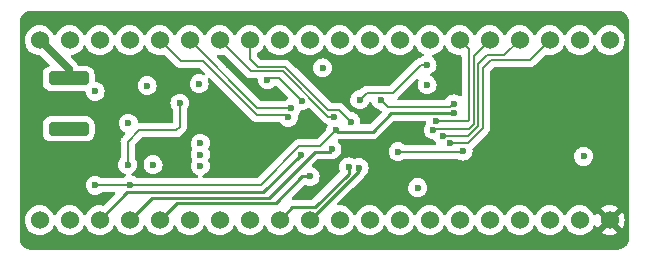
<source format=gbr>
%TF.GenerationSoftware,KiCad,Pcbnew,7.0.2*%
%TF.CreationDate,2023-06-20T04:44:58+07:00*%
%TF.ProjectId,STM32L431RCT6_prototype_board,53544d33-324c-4343-9331-524354365f70,rev?*%
%TF.SameCoordinates,Original*%
%TF.FileFunction,Copper,L4,Bot*%
%TF.FilePolarity,Positive*%
%FSLAX46Y46*%
G04 Gerber Fmt 4.6, Leading zero omitted, Abs format (unit mm)*
G04 Created by KiCad (PCBNEW 7.0.2) date 2023-06-20 04:44:58*
%MOMM*%
%LPD*%
G01*
G04 APERTURE LIST*
G04 Aperture macros list*
%AMRoundRect*
0 Rectangle with rounded corners*
0 $1 Rounding radius*
0 $2 $3 $4 $5 $6 $7 $8 $9 X,Y pos of 4 corners*
0 Add a 4 corners polygon primitive as box body*
4,1,4,$2,$3,$4,$5,$6,$7,$8,$9,$2,$3,0*
0 Add four circle primitives for the rounded corners*
1,1,$1+$1,$2,$3*
1,1,$1+$1,$4,$5*
1,1,$1+$1,$6,$7*
1,1,$1+$1,$8,$9*
0 Add four rect primitives between the rounded corners*
20,1,$1+$1,$2,$3,$4,$5,0*
20,1,$1+$1,$4,$5,$6,$7,0*
20,1,$1+$1,$6,$7,$8,$9,0*
20,1,$1+$1,$8,$9,$2,$3,0*%
G04 Aperture macros list end*
%TA.AperFunction,ComponentPad*%
%ADD10C,1.524000*%
%TD*%
%TA.AperFunction,SMDPad,CuDef*%
%ADD11RoundRect,0.250000X-1.450000X0.312500X-1.450000X-0.312500X1.450000X-0.312500X1.450000X0.312500X0*%
%TD*%
%TA.AperFunction,ViaPad*%
%ADD12C,0.600000*%
%TD*%
%TA.AperFunction,Conductor*%
%ADD13C,0.250000*%
%TD*%
%TA.AperFunction,Conductor*%
%ADD14C,0.200000*%
%TD*%
%TA.AperFunction,Conductor*%
%ADD15C,0.700000*%
%TD*%
G04 APERTURE END LIST*
D10*
%TO.P,J2,1,Pin_1*%
%TO.N,unconnected-(J2-Pin_1-Pad1)*%
X159000000Y-70000000D03*
%TO.P,J2,2,Pin_2*%
%TO.N,unconnected-(J2-Pin_2-Pad2)*%
X161540000Y-70000000D03*
%TO.P,J2,3,Pin_3*%
%TO.N,PA0*%
X164080000Y-70000000D03*
%TO.P,J2,4,Pin_4*%
%TO.N,PA1*%
X166620000Y-70000000D03*
%TO.P,J2,5,Pin_5*%
%TO.N,PA2*%
X169160000Y-70000000D03*
%TO.P,J2,6,Pin_6*%
%TO.N,PA3*%
X171700000Y-70000000D03*
%TO.P,J2,7,Pin_7*%
%TO.N,PA4*%
X174240000Y-70000000D03*
%TO.P,J2,8,Pin_8*%
%TO.N,PA5*%
X176780000Y-70000000D03*
%TO.P,J2,9,Pin_9*%
%TO.N,PA6*%
X179320000Y-70000000D03*
%TO.P,J2,10,Pin_10*%
%TO.N,PA7*%
X181860000Y-70000000D03*
%TO.P,J2,11,Pin_11*%
%TO.N,PB0*%
X184400000Y-70000000D03*
%TO.P,J2,12,Pin_12*%
%TO.N,PB1*%
X186940000Y-70000000D03*
%TO.P,J2,13,Pin_13*%
%TO.N,PB2*%
X189480000Y-70000000D03*
%TO.P,J2,14,Pin_14*%
%TO.N,PB10*%
X192020000Y-70000000D03*
%TO.P,J2,15,Pin_15*%
%TO.N,PB11*%
X194560000Y-70000000D03*
%TO.P,J2,16,Pin_16*%
%TO.N,PB12*%
X197100000Y-70000000D03*
%TO.P,J2,17,Pin_17*%
%TO.N,PB13*%
X199640000Y-70000000D03*
%TO.P,J2,18,Pin_18*%
%TO.N,PB14*%
X202180000Y-70000000D03*
%TO.P,J2,19,Pin_19*%
%TO.N,PB15*%
X204720000Y-70000000D03*
%TO.P,J2,20,Pin_20*%
%TO.N,GND*%
X207260000Y-70000000D03*
%TO.P,J2,21,Pin_21*%
%TO.N,unconnected-(J2-Pin_21-Pad21)*%
X207260000Y-54760000D03*
%TO.P,J2,22,Pin_22*%
%TO.N,BOOT0*%
X204720000Y-54760000D03*
%TO.P,J2,23,Pin_23*%
%TO.N,PA8*%
X202180000Y-54760000D03*
%TO.P,J2,24,Pin_24*%
%TO.N,PA9*%
X199640000Y-54760000D03*
%TO.P,J2,25,Pin_25*%
%TO.N,PA10*%
X197100000Y-54760000D03*
%TO.P,J2,26,Pin_26*%
%TO.N,PA11*%
X194560000Y-54760000D03*
%TO.P,J2,27,Pin_27*%
%TO.N,PA12*%
X192020000Y-54760000D03*
%TO.P,J2,28,Pin_28*%
%TO.N,PA15*%
X189480000Y-54760000D03*
%TO.P,J2,29,Pin_29*%
%TO.N,PB4*%
X186940000Y-54760000D03*
%TO.P,J2,30,Pin_30*%
%TO.N,PB5*%
X184400000Y-54760000D03*
%TO.P,J2,31,Pin_31*%
%TO.N,PB6*%
X181860000Y-54760000D03*
%TO.P,J2,32,Pin_32*%
%TO.N,PB7*%
X179320000Y-54760000D03*
%TO.P,J2,33,Pin_33*%
%TO.N,PB8*%
X176780000Y-54760000D03*
%TO.P,J2,34,Pin_34*%
%TO.N,PB9*%
X174240000Y-54760000D03*
%TO.P,J2,35,Pin_35*%
%TO.N,PC14*%
X171700000Y-54760000D03*
%TO.P,J2,36,Pin_36*%
%TO.N,PC15*%
X169160000Y-54760000D03*
%TO.P,J2,37,Pin_37*%
%TO.N,+3V3*%
X166620000Y-54760000D03*
%TO.P,J2,38,Pin_38*%
%TO.N,NRST*%
X164080000Y-54760000D03*
%TO.P,J2,39,Pin_39*%
%TO.N,unconnected-(J2-Pin_39-Pad39)*%
X161540000Y-54760000D03*
%TO.P,J2,40,Pin_40*%
%TO.N,+5V*%
X159000000Y-54760000D03*
%TD*%
D11*
%TO.P,F1,1*%
%TO.N,+5V*%
X161450000Y-58000000D03*
%TO.P,F1,2*%
%TO.N,/+5.0V*%
X161450000Y-62275000D03*
%TD*%
D12*
%TO.N,GND*%
X193375000Y-58575000D03*
X187700000Y-65050000D03*
X193800000Y-67250000D03*
X187450000Y-63550000D03*
X188750000Y-62650000D03*
X172500000Y-61700000D03*
X169450000Y-58900000D03*
X175050000Y-56850000D03*
X163400000Y-64350000D03*
X185300000Y-63850000D03*
X186950000Y-60700000D03*
X183900000Y-65450000D03*
X205000000Y-62000000D03*
X184300500Y-59610893D03*
%TO.N,+3V3*%
X182950000Y-57100000D03*
X205050000Y-64600000D03*
X172600000Y-65400000D03*
X172500000Y-58450000D03*
X191800000Y-58550000D03*
X172600000Y-63500000D03*
X168100000Y-58600000D03*
X172600000Y-64450000D03*
X191000000Y-67250000D03*
%TO.N,NRST*%
X184055849Y-62404523D03*
X166650000Y-67000000D03*
X163700000Y-59100000D03*
X163700000Y-67050000D03*
X194050000Y-60950000D03*
%TO.N,/+5.0V*%
X166500000Y-61800000D03*
X168600000Y-65300000D03*
X160250000Y-62250000D03*
X161400000Y-62250000D03*
X162550000Y-62250000D03*
%TO.N,Net-(U2-FB)*%
X166449500Y-65290215D03*
X170875000Y-60100000D03*
%TO.N,BOOT0*%
X191800000Y-56850000D03*
X186100000Y-59800000D03*
%TO.N,SYS_JTDO-SWO*%
X194050000Y-60150000D03*
X187864092Y-59814092D03*
%TO.N,SYS_JTCK-SWCLK*%
X194850000Y-64150000D03*
X189350000Y-64200000D03*
%TO.N,HEART_BEAT*%
X181200000Y-59900000D03*
X178287500Y-58100000D03*
%TO.N,PC15*%
X180050000Y-61288000D03*
%TO.N,PC14*%
X180300000Y-60500000D03*
%TO.N,PB8*%
X185350000Y-61650000D03*
%TO.N,PB9*%
X183950000Y-61250000D03*
%TO.N,PA0*%
X181100000Y-64500000D03*
%TO.N,PA1*%
X183750000Y-64000000D03*
%TO.N,PA2*%
X181900000Y-66300000D03*
%TO.N,PA6*%
X185150000Y-65500000D03*
%TO.N,PA7*%
X186050000Y-65550000D03*
%TO.N,PA8*%
X193703497Y-63474632D03*
%TO.N,PA9*%
X193150000Y-62875132D03*
%TO.N,PA10*%
X192337772Y-62350481D03*
%TO.N,PA11*%
X192530276Y-61574500D03*
%TD*%
D13*
%TO.N,NRST*%
X188750000Y-60950000D02*
X187200000Y-62500000D01*
D14*
X182760372Y-63700000D02*
X184055849Y-62404523D01*
X177700000Y-67000000D02*
X181000000Y-63700000D01*
X163700000Y-67050000D02*
X163750000Y-67000000D01*
D13*
X184151326Y-62500000D02*
X184055849Y-62404523D01*
D14*
X163750000Y-67000000D02*
X177700000Y-67000000D01*
D13*
X194050000Y-60950000D02*
X188750000Y-60950000D01*
D14*
X181000000Y-63700000D02*
X182760372Y-63700000D01*
D13*
X187200000Y-62500000D02*
X184151326Y-62500000D01*
D14*
%TO.N,Net-(U2-FB)*%
X170875000Y-62075000D02*
X170550000Y-62400000D01*
X167400000Y-62400000D02*
X166449500Y-63350500D01*
X170550000Y-62400000D02*
X167400000Y-62400000D01*
X170875000Y-60100000D02*
X170875000Y-62075000D01*
X166449500Y-63350500D02*
X166449500Y-65290215D01*
%TO.N,BOOT0*%
X191800000Y-56850000D02*
X191250000Y-56850000D01*
X186685908Y-59214092D02*
X186100000Y-59800000D01*
X188885908Y-59214092D02*
X186685908Y-59214092D01*
X191250000Y-56850000D02*
X188885908Y-59214092D01*
%TO.N,SYS_JTDO-SWO*%
X187864092Y-59814092D02*
X188500000Y-60450000D01*
X188500000Y-60450000D02*
X193701471Y-60450000D01*
X193701471Y-60450000D02*
X194001471Y-60150000D01*
X194001471Y-60150000D02*
X194050000Y-60150000D01*
%TO.N,SYS_JTCK-SWCLK*%
X194800000Y-64200000D02*
X194850000Y-64150000D01*
X189350000Y-64200000D02*
X194800000Y-64200000D01*
%TO.N,HEART_BEAT*%
X179300000Y-58000000D02*
X181200000Y-59900000D01*
X178287500Y-58000000D02*
X179300000Y-58000000D01*
%TO.N,PC15*%
X180050000Y-61288000D02*
X179862000Y-61100000D01*
X179862000Y-61100000D02*
X177400000Y-61100000D01*
X170950000Y-56550000D02*
X169160000Y-54760000D01*
X177400000Y-61100000D02*
X172850000Y-56550000D01*
X172850000Y-56550000D02*
X170950000Y-56550000D01*
%TO.N,PC14*%
X180300000Y-60500000D02*
X177440000Y-60500000D01*
X177440000Y-60500000D02*
X171700000Y-54760000D01*
%TO.N,PB8*%
X183415686Y-60650000D02*
X179765685Y-57000000D01*
X184350000Y-60650000D02*
X183415686Y-60650000D01*
X185350000Y-61650000D02*
X184350000Y-60650000D01*
X179765685Y-57000000D02*
X177450000Y-57000000D01*
X177450000Y-57000000D02*
X176780000Y-56330000D01*
X176780000Y-56330000D02*
X176780000Y-54760000D01*
%TO.N,PB9*%
X176880000Y-57400000D02*
X174240000Y-54760000D01*
X183450000Y-61250000D02*
X179600000Y-57400000D01*
X183950000Y-61250000D02*
X183450000Y-61250000D01*
X179600000Y-57400000D02*
X176880000Y-57400000D01*
D13*
%TO.N,PA0*%
X177949002Y-67650998D02*
X181100000Y-64500000D01*
X164080000Y-70000000D02*
X166429002Y-67650998D01*
X166429002Y-67650998D02*
X177949002Y-67650998D01*
%TO.N,PA1*%
X182300000Y-64200000D02*
X183550000Y-64200000D01*
X183550000Y-64200000D02*
X183750000Y-64000000D01*
X178399501Y-68100499D02*
X182300000Y-64200000D01*
X166620000Y-70000000D02*
X168519501Y-68100499D01*
X168519501Y-68100499D02*
X178399501Y-68100499D01*
%TO.N,PA2*%
X179000000Y-68550000D02*
X170610000Y-68550000D01*
X170610000Y-68550000D02*
X169160000Y-70000000D01*
X181250000Y-66300000D02*
X179000000Y-68550000D01*
X181900000Y-66300000D02*
X181250000Y-66300000D01*
%TO.N,PA6*%
X179320000Y-70000000D02*
X180406824Y-68913176D01*
X182310428Y-68913176D02*
X185150000Y-66073604D01*
X185150000Y-66073604D02*
X185150000Y-65500000D01*
X180406824Y-68913176D02*
X182310428Y-68913176D01*
%TO.N,PA7*%
X181860000Y-70000000D02*
X186050000Y-65810000D01*
X186050000Y-65810000D02*
X186050000Y-65550000D01*
D14*
%TO.N,PA8*%
X196550000Y-62181372D02*
X195256740Y-63474632D01*
X200490000Y-56450000D02*
X197200000Y-56450000D01*
X197200000Y-56450000D02*
X196550000Y-57100000D01*
X196550000Y-57100000D02*
X196550000Y-62181372D01*
X202180000Y-54760000D02*
X200490000Y-56450000D01*
X195256740Y-63474632D02*
X193703497Y-63474632D01*
%TO.N,PA9*%
X196850000Y-56050000D02*
X196150000Y-56750000D01*
X196150000Y-56750000D02*
X196150000Y-62015686D01*
X198350000Y-56050000D02*
X196850000Y-56050000D01*
X196150000Y-62015686D02*
X195290554Y-62875132D01*
X199640000Y-54760000D02*
X198350000Y-56050000D01*
X195290554Y-62875132D02*
X193150000Y-62875132D01*
%TO.N,PA10*%
X195750000Y-56110000D02*
X195750000Y-61850000D01*
X197100000Y-54760000D02*
X195750000Y-56110000D01*
X195750000Y-61850000D02*
X195324368Y-62275632D01*
X192412621Y-62275632D02*
X192337772Y-62350481D01*
X195324368Y-62275632D02*
X192412621Y-62275632D01*
%TO.N,PA11*%
X194560000Y-54760000D02*
X195321999Y-55521999D01*
X195321999Y-55521999D02*
X195321999Y-61528001D01*
X195321999Y-61528001D02*
X195275500Y-61574500D01*
X195275500Y-61574500D02*
X192530276Y-61574500D01*
D15*
%TO.N,+5V*%
X159000000Y-54760000D02*
X161450000Y-57210000D01*
X161450000Y-57210000D02*
X161450000Y-58000000D01*
%TD*%
%TA.AperFunction,Conductor*%
%TO.N,GND*%
G36*
X190817863Y-55213435D02*
G01*
X190862381Y-55264811D01*
X190922466Y-55393661D01*
X190922466Y-55393662D01*
X191049174Y-55574620D01*
X191205380Y-55730826D01*
X191386338Y-55857534D01*
X191464384Y-55893927D01*
X191516824Y-55940099D01*
X191535976Y-56007292D01*
X191515761Y-56074173D01*
X191462596Y-56119508D01*
X191452941Y-56123348D01*
X191450482Y-56124208D01*
X191285909Y-56227617D01*
X191283501Y-56223784D01*
X191245533Y-56244480D01*
X191235453Y-56246233D01*
X191229150Y-56247063D01*
X191210639Y-56249500D01*
X191122588Y-56261092D01*
X191093237Y-56264956D01*
X190947161Y-56325462D01*
X190918135Y-56347735D01*
X190821718Y-56421718D01*
X190821716Y-56421719D01*
X190821715Y-56421721D01*
X190802490Y-56446774D01*
X190791798Y-56458965D01*
X188673492Y-58577273D01*
X188612169Y-58610758D01*
X188585811Y-58613592D01*
X186733395Y-58613592D01*
X186717210Y-58612531D01*
X186713284Y-58612014D01*
X186685907Y-58608409D01*
X186650649Y-58613051D01*
X186646547Y-58613592D01*
X186596468Y-58620185D01*
X186529145Y-58629048D01*
X186383067Y-58689555D01*
X186257624Y-58785810D01*
X186238402Y-58810862D01*
X186227708Y-58823057D01*
X186081465Y-58969299D01*
X186020142Y-59002783D01*
X186007669Y-59004837D01*
X185920748Y-59014631D01*
X185920745Y-59014631D01*
X185920745Y-59014632D01*
X185750478Y-59074211D01*
X185750476Y-59074211D01*
X185750476Y-59074212D01*
X185597735Y-59170185D01*
X185470185Y-59297735D01*
X185374811Y-59449523D01*
X185374211Y-59450478D01*
X185321099Y-59602264D01*
X185314631Y-59620748D01*
X185294434Y-59799999D01*
X185314631Y-59979251D01*
X185314631Y-59979253D01*
X185314632Y-59979255D01*
X185374211Y-60149522D01*
X185374212Y-60149523D01*
X185470185Y-60302264D01*
X185597735Y-60429814D01*
X185597737Y-60429815D01*
X185597738Y-60429816D01*
X185750478Y-60525789D01*
X185920745Y-60585368D01*
X186100000Y-60605565D01*
X186279255Y-60585368D01*
X186449522Y-60525789D01*
X186602262Y-60429816D01*
X186729816Y-60302262D01*
X186825789Y-60149522D01*
X186862539Y-60044494D01*
X186903260Y-59987721D01*
X186968212Y-59961973D01*
X187036774Y-59975429D01*
X187087177Y-60023816D01*
X187096621Y-60044496D01*
X187138301Y-60163611D01*
X187234277Y-60316356D01*
X187361827Y-60443906D01*
X187361829Y-60443907D01*
X187361830Y-60443908D01*
X187514570Y-60539881D01*
X187684837Y-60599460D01*
X187771758Y-60609253D01*
X187836173Y-60636319D01*
X187845557Y-60644792D01*
X187920406Y-60719641D01*
X187953891Y-60780964D01*
X187948907Y-60850656D01*
X187920406Y-60895003D01*
X186977228Y-61838181D01*
X186915905Y-61871666D01*
X186889547Y-61874500D01*
X186269026Y-61874500D01*
X186201987Y-61854815D01*
X186156232Y-61802011D01*
X186145806Y-61736616D01*
X186155565Y-61649999D01*
X186139028Y-61503229D01*
X186135368Y-61470745D01*
X186075789Y-61300478D01*
X185979816Y-61147738D01*
X185979815Y-61147737D01*
X185979814Y-61147735D01*
X185852264Y-61020185D01*
X185789867Y-60980979D01*
X185699522Y-60924211D01*
X185529255Y-60864632D01*
X185529251Y-60864631D01*
X185529250Y-60864631D01*
X185442330Y-60854837D01*
X185377916Y-60827770D01*
X185368533Y-60819298D01*
X184808199Y-60258964D01*
X184797503Y-60246768D01*
X184778281Y-60221716D01*
X184652840Y-60125463D01*
X184506762Y-60064956D01*
X184444522Y-60056762D01*
X184350000Y-60044317D01*
X184322163Y-60047982D01*
X184318697Y-60048439D01*
X184302513Y-60049500D01*
X183715783Y-60049500D01*
X183648744Y-60029815D01*
X183628102Y-60013181D01*
X180714920Y-57100000D01*
X182144434Y-57100000D01*
X182164631Y-57279251D01*
X182164631Y-57279253D01*
X182164632Y-57279255D01*
X182224211Y-57449522D01*
X182224212Y-57449523D01*
X182320185Y-57602264D01*
X182447735Y-57729814D01*
X182447737Y-57729815D01*
X182447738Y-57729816D01*
X182600478Y-57825789D01*
X182770745Y-57885368D01*
X182950000Y-57905565D01*
X183129255Y-57885368D01*
X183299522Y-57825789D01*
X183452262Y-57729816D01*
X183579816Y-57602262D01*
X183675789Y-57449522D01*
X183735368Y-57279255D01*
X183755565Y-57100000D01*
X183735368Y-56920745D01*
X183675789Y-56750478D01*
X183579816Y-56597738D01*
X183579815Y-56597737D01*
X183579814Y-56597735D01*
X183452264Y-56470185D01*
X183339769Y-56399500D01*
X183299522Y-56374211D01*
X183129255Y-56314632D01*
X183129253Y-56314631D01*
X183129251Y-56314631D01*
X182950000Y-56294434D01*
X182770748Y-56314631D01*
X182770745Y-56314631D01*
X182770745Y-56314632D01*
X182600478Y-56374211D01*
X182600476Y-56374211D01*
X182600476Y-56374212D01*
X182447735Y-56470185D01*
X182320185Y-56597735D01*
X182260789Y-56692264D01*
X182224211Y-56750478D01*
X182171143Y-56902138D01*
X182164631Y-56920748D01*
X182144434Y-57100000D01*
X180714920Y-57100000D01*
X180223884Y-56608964D01*
X180213188Y-56596768D01*
X180193966Y-56571716D01*
X180068525Y-56475463D01*
X179922447Y-56414956D01*
X179805046Y-56399500D01*
X179765685Y-56394317D01*
X179737848Y-56397982D01*
X179734382Y-56398439D01*
X179718198Y-56399500D01*
X177750097Y-56399500D01*
X177683058Y-56379815D01*
X177662416Y-56363181D01*
X177416819Y-56117583D01*
X177383334Y-56056260D01*
X177380500Y-56029902D01*
X177380500Y-55945304D01*
X177400185Y-55878265D01*
X177433375Y-55843730D01*
X177594620Y-55730826D01*
X177750826Y-55574620D01*
X177877534Y-55393662D01*
X177935185Y-55270027D01*
X177937618Y-55264811D01*
X177983790Y-55212372D01*
X178050984Y-55193220D01*
X178117865Y-55213436D01*
X178162382Y-55264811D01*
X178187140Y-55317904D01*
X178222466Y-55393662D01*
X178349174Y-55574620D01*
X178505380Y-55730826D01*
X178686338Y-55857534D01*
X178886550Y-55950894D01*
X179099932Y-56008070D01*
X179320000Y-56027323D01*
X179540068Y-56008070D01*
X179753450Y-55950894D01*
X179953662Y-55857534D01*
X180134620Y-55730826D01*
X180290826Y-55574620D01*
X180417534Y-55393662D01*
X180477618Y-55264810D01*
X180523789Y-55212372D01*
X180590982Y-55193220D01*
X180657863Y-55213435D01*
X180702381Y-55264811D01*
X180762466Y-55393661D01*
X180762466Y-55393662D01*
X180889174Y-55574620D01*
X181045380Y-55730826D01*
X181226338Y-55857534D01*
X181426550Y-55950894D01*
X181639932Y-56008070D01*
X181860000Y-56027323D01*
X182080068Y-56008070D01*
X182293450Y-55950894D01*
X182493662Y-55857534D01*
X182674620Y-55730826D01*
X182830826Y-55574620D01*
X182957534Y-55393662D01*
X183015185Y-55270027D01*
X183017618Y-55264811D01*
X183063790Y-55212372D01*
X183130984Y-55193220D01*
X183197865Y-55213436D01*
X183242382Y-55264811D01*
X183267140Y-55317904D01*
X183302466Y-55393662D01*
X183429174Y-55574620D01*
X183585380Y-55730826D01*
X183766338Y-55857534D01*
X183966550Y-55950894D01*
X184179932Y-56008070D01*
X184400000Y-56027323D01*
X184620068Y-56008070D01*
X184833450Y-55950894D01*
X185033662Y-55857534D01*
X185214620Y-55730826D01*
X185370826Y-55574620D01*
X185497534Y-55393662D01*
X185555185Y-55270027D01*
X185557618Y-55264811D01*
X185603790Y-55212372D01*
X185670984Y-55193220D01*
X185737865Y-55213436D01*
X185782382Y-55264811D01*
X185807140Y-55317904D01*
X185842466Y-55393662D01*
X185969174Y-55574620D01*
X186125380Y-55730826D01*
X186306338Y-55857534D01*
X186506550Y-55950894D01*
X186719932Y-56008070D01*
X186940000Y-56027323D01*
X187160068Y-56008070D01*
X187373450Y-55950894D01*
X187573662Y-55857534D01*
X187754620Y-55730826D01*
X187910826Y-55574620D01*
X188037534Y-55393662D01*
X188095185Y-55270027D01*
X188097618Y-55264811D01*
X188143790Y-55212372D01*
X188210984Y-55193220D01*
X188277865Y-55213436D01*
X188322382Y-55264811D01*
X188347140Y-55317904D01*
X188382466Y-55393662D01*
X188509174Y-55574620D01*
X188665380Y-55730826D01*
X188846338Y-55857534D01*
X189046550Y-55950894D01*
X189259932Y-56008070D01*
X189480000Y-56027323D01*
X189700068Y-56008070D01*
X189913450Y-55950894D01*
X190113662Y-55857534D01*
X190294620Y-55730826D01*
X190450826Y-55574620D01*
X190577534Y-55393662D01*
X190637618Y-55264810D01*
X190683789Y-55212372D01*
X190750982Y-55193220D01*
X190817863Y-55213435D01*
G37*
%TD.AperFunction*%
%TA.AperFunction,Conductor*%
G36*
X174601752Y-55990482D02*
G01*
X174651679Y-56020914D01*
X176421799Y-57791034D01*
X176432494Y-57803229D01*
X176451717Y-57828282D01*
X176511574Y-57874211D01*
X176559150Y-57910717D01*
X176577159Y-57924536D01*
X176723238Y-57985044D01*
X176848698Y-58001561D01*
X176879999Y-58005682D01*
X176879999Y-58005681D01*
X176880000Y-58005682D01*
X176911302Y-58001560D01*
X176927487Y-58000500D01*
X177359911Y-58000500D01*
X177426950Y-58020185D01*
X177472705Y-58072989D01*
X177483131Y-58110617D01*
X177501173Y-58270748D01*
X177502132Y-58279255D01*
X177561711Y-58449522D01*
X177618478Y-58539867D01*
X177657685Y-58602264D01*
X177785235Y-58729814D01*
X177785237Y-58729815D01*
X177785238Y-58729816D01*
X177937978Y-58825789D01*
X178108245Y-58885368D01*
X178287500Y-58905565D01*
X178466755Y-58885368D01*
X178637022Y-58825789D01*
X178789762Y-58729816D01*
X178882760Y-58636817D01*
X178944081Y-58603334D01*
X178970440Y-58600500D01*
X178999903Y-58600500D01*
X179066942Y-58620185D01*
X179087584Y-58636819D01*
X180014278Y-59563513D01*
X180047763Y-59624836D01*
X180042779Y-59694528D01*
X180000907Y-59750461D01*
X179967556Y-59768234D01*
X179950480Y-59774209D01*
X179785908Y-59877617D01*
X179783965Y-59874524D01*
X179743417Y-59896666D01*
X179717059Y-59899500D01*
X177740097Y-59899500D01*
X177673058Y-59879815D01*
X177652416Y-59863181D01*
X174016862Y-56227627D01*
X173983377Y-56166304D01*
X173988361Y-56096612D01*
X174030233Y-56040679D01*
X174095697Y-56016262D01*
X174115350Y-56016418D01*
X174240000Y-56027323D01*
X174460068Y-56008070D01*
X174531903Y-55988821D01*
X174601752Y-55990482D01*
G37*
%TD.AperFunction*%
%TA.AperFunction,Conductor*%
G36*
X193357865Y-55213436D02*
G01*
X193402382Y-55264811D01*
X193427140Y-55317904D01*
X193462466Y-55393662D01*
X193589174Y-55574620D01*
X193745380Y-55730826D01*
X193926338Y-55857534D01*
X194126550Y-55950894D01*
X194339932Y-56008070D01*
X194449966Y-56017696D01*
X194559998Y-56027323D01*
X194559999Y-56027322D01*
X194560000Y-56027323D01*
X194577751Y-56025770D01*
X194586691Y-56024988D01*
X194655191Y-56038754D01*
X194705374Y-56087369D01*
X194721499Y-56148516D01*
X194721499Y-59402161D01*
X194701814Y-59469200D01*
X194649010Y-59514955D01*
X194579852Y-59524899D01*
X194531527Y-59507155D01*
X194470168Y-59468600D01*
X194399522Y-59424211D01*
X194229255Y-59364632D01*
X194229253Y-59364631D01*
X194229251Y-59364631D01*
X194050000Y-59344434D01*
X193870748Y-59364631D01*
X193870745Y-59364631D01*
X193870745Y-59364632D01*
X193700478Y-59424211D01*
X193700476Y-59424211D01*
X193700476Y-59424212D01*
X193547735Y-59520185D01*
X193420185Y-59647735D01*
X193329870Y-59791472D01*
X193277535Y-59837763D01*
X193224876Y-59849500D01*
X189406704Y-59849500D01*
X189339665Y-59829815D01*
X189293910Y-59777011D01*
X189283966Y-59707853D01*
X189308325Y-59650018D01*
X189314190Y-59642374D01*
X189333417Y-59617315D01*
X189344098Y-59605135D01*
X190865236Y-58083997D01*
X190926557Y-58050514D01*
X190996249Y-58055498D01*
X191052182Y-58097370D01*
X191076599Y-58162834D01*
X191069957Y-58212634D01*
X191014631Y-58370747D01*
X190994434Y-58550000D01*
X191014631Y-58729251D01*
X191014631Y-58729253D01*
X191014632Y-58729255D01*
X191074211Y-58899522D01*
X191087548Y-58920748D01*
X191170185Y-59052264D01*
X191297735Y-59179814D01*
X191297737Y-59179815D01*
X191297738Y-59179816D01*
X191450478Y-59275789D01*
X191620745Y-59335368D01*
X191800000Y-59355565D01*
X191979255Y-59335368D01*
X192149522Y-59275789D01*
X192302262Y-59179816D01*
X192429816Y-59052262D01*
X192525789Y-58899522D01*
X192585368Y-58729255D01*
X192605565Y-58550000D01*
X192585368Y-58370745D01*
X192525789Y-58200478D01*
X192429816Y-58047738D01*
X192429815Y-58047737D01*
X192429814Y-58047735D01*
X192302264Y-57920185D01*
X192149522Y-57824211D01*
X192138013Y-57820184D01*
X192129031Y-57817041D01*
X192072257Y-57776320D01*
X192046509Y-57711367D01*
X192059965Y-57642806D01*
X192108352Y-57592403D01*
X192129029Y-57582959D01*
X192149522Y-57575789D01*
X192302262Y-57479816D01*
X192429816Y-57352262D01*
X192525789Y-57199522D01*
X192585368Y-57029255D01*
X192605565Y-56850000D01*
X192603298Y-56829884D01*
X192594351Y-56750476D01*
X192585368Y-56670745D01*
X192525789Y-56500478D01*
X192429816Y-56347738D01*
X192429815Y-56347737D01*
X192429814Y-56347735D01*
X192302263Y-56220184D01*
X192287658Y-56211007D01*
X192241368Y-56158671D01*
X192230721Y-56089618D01*
X192259097Y-56025770D01*
X192317488Y-55987399D01*
X192321499Y-55986250D01*
X192453450Y-55950894D01*
X192653662Y-55857534D01*
X192834620Y-55730826D01*
X192990826Y-55574620D01*
X193117534Y-55393662D01*
X193175185Y-55270027D01*
X193177618Y-55264811D01*
X193223790Y-55212372D01*
X193290984Y-55193220D01*
X193357865Y-55213436D01*
G37*
%TD.AperFunction*%
%TA.AperFunction,Conductor*%
G36*
X207903139Y-52250835D02*
G01*
X207907548Y-52251160D01*
X207945490Y-52254479D01*
X208043081Y-52264092D01*
X208049071Y-52264831D01*
X208088605Y-52270695D01*
X208100525Y-52273067D01*
X208109181Y-52275235D01*
X208109558Y-52275330D01*
X208156514Y-52287911D01*
X208160170Y-52288957D01*
X208232640Y-52310940D01*
X208238404Y-52312844D01*
X208245204Y-52315276D01*
X208266848Y-52323020D01*
X208277440Y-52327373D01*
X208330148Y-52351951D01*
X208333856Y-52353681D01*
X208339901Y-52356704D01*
X208409466Y-52393887D01*
X208414729Y-52396868D01*
X208430514Y-52406329D01*
X208437878Y-52411106D01*
X208461017Y-52427308D01*
X208492902Y-52449634D01*
X208500426Y-52455343D01*
X208540181Y-52487968D01*
X208566688Y-52509723D01*
X208571290Y-52513693D01*
X208574682Y-52516767D01*
X208579095Y-52520968D01*
X208629021Y-52570894D01*
X208633223Y-52575307D01*
X208636316Y-52578720D01*
X208640286Y-52583323D01*
X208694647Y-52649562D01*
X208700368Y-52657103D01*
X208738890Y-52712117D01*
X208743670Y-52719486D01*
X208753128Y-52735266D01*
X208756107Y-52740524D01*
X208788014Y-52800217D01*
X208793295Y-52810097D01*
X208796317Y-52816143D01*
X208822616Y-52872539D01*
X208826984Y-52883166D01*
X208826987Y-52883174D01*
X208826988Y-52883175D01*
X208837146Y-52911568D01*
X208839054Y-52917342D01*
X208861018Y-52989747D01*
X208862132Y-52993651D01*
X208874669Y-53040442D01*
X208874896Y-53041346D01*
X208876983Y-53049680D01*
X208879293Y-53061326D01*
X208885165Y-53100909D01*
X208885910Y-53106950D01*
X208895525Y-53204568D01*
X208898836Y-53242419D01*
X208899185Y-53247146D01*
X208899500Y-53255898D01*
X208899500Y-71494014D01*
X208899163Y-71503149D01*
X208898834Y-71507603D01*
X208895522Y-71545468D01*
X208885910Y-71643053D01*
X208885166Y-71649086D01*
X208879305Y-71688593D01*
X208876932Y-71700521D01*
X208874672Y-71709545D01*
X208862125Y-71756376D01*
X208861022Y-71760239D01*
X208839059Y-71832643D01*
X208837149Y-71838424D01*
X208826984Y-71866832D01*
X208822615Y-71877462D01*
X208796321Y-71933848D01*
X208793298Y-71939894D01*
X208756118Y-72009454D01*
X208753117Y-72014752D01*
X208743673Y-72030508D01*
X208738890Y-72037882D01*
X208700370Y-72092894D01*
X208694649Y-72100434D01*
X208640273Y-72166692D01*
X208636293Y-72171305D01*
X208633232Y-72174682D01*
X208629039Y-72179086D01*
X208579086Y-72229039D01*
X208574682Y-72233232D01*
X208571305Y-72236293D01*
X208566692Y-72240273D01*
X208500434Y-72294649D01*
X208492894Y-72300370D01*
X208437882Y-72338890D01*
X208430508Y-72343673D01*
X208414752Y-72353117D01*
X208409454Y-72356118D01*
X208339894Y-72393298D01*
X208333848Y-72396321D01*
X208277462Y-72422615D01*
X208266832Y-72426984D01*
X208238424Y-72437149D01*
X208232641Y-72439059D01*
X208160257Y-72461015D01*
X208156358Y-72462129D01*
X208109559Y-72474669D01*
X208108924Y-72474828D01*
X208100319Y-72476983D01*
X208088668Y-72479294D01*
X208049088Y-72485165D01*
X208043049Y-72485910D01*
X207945431Y-72495525D01*
X207907580Y-72498836D01*
X207907204Y-72498864D01*
X207902854Y-72499185D01*
X207894101Y-72499500D01*
X158305984Y-72499500D01*
X158296849Y-72499163D01*
X158292395Y-72498834D01*
X158254580Y-72495526D01*
X158193210Y-72489482D01*
X158156946Y-72485910D01*
X158150913Y-72485166D01*
X158111400Y-72479304D01*
X158099472Y-72476931D01*
X158090452Y-72474672D01*
X158062140Y-72467086D01*
X158043613Y-72462122D01*
X158039769Y-72461024D01*
X157967343Y-72439054D01*
X157961568Y-72437146D01*
X157949147Y-72432702D01*
X157933166Y-72426984D01*
X157922539Y-72422616D01*
X157866143Y-72396317D01*
X157860097Y-72393295D01*
X157850217Y-72388014D01*
X157790524Y-72356107D01*
X157785266Y-72353128D01*
X157769486Y-72343670D01*
X157762117Y-72338890D01*
X157707103Y-72300368D01*
X157699562Y-72294647D01*
X157633323Y-72240286D01*
X157628720Y-72236316D01*
X157625307Y-72233223D01*
X157620894Y-72229021D01*
X157570968Y-72179095D01*
X157566767Y-72174682D01*
X157563693Y-72171290D01*
X157559723Y-72166688D01*
X157537968Y-72140181D01*
X157505343Y-72100426D01*
X157499628Y-72092894D01*
X157478216Y-72062315D01*
X157461106Y-72037878D01*
X157456325Y-72030507D01*
X157446868Y-72014729D01*
X157443881Y-72009455D01*
X157443880Y-72009454D01*
X157406700Y-71939894D01*
X157403681Y-71933856D01*
X157399292Y-71924445D01*
X157377373Y-71877440D01*
X157373020Y-71866848D01*
X157362844Y-71838404D01*
X157360938Y-71832634D01*
X157338962Y-71760187D01*
X157337897Y-71756459D01*
X157325322Y-71709530D01*
X157323012Y-71700304D01*
X157320706Y-71688674D01*
X157314834Y-71649091D01*
X157314089Y-71643056D01*
X157304475Y-71545438D01*
X157301163Y-71507588D01*
X157300811Y-71502813D01*
X157300500Y-71494109D01*
X157300500Y-70000000D01*
X157732676Y-70000000D01*
X157751929Y-70220065D01*
X157809106Y-70433451D01*
X157902347Y-70633406D01*
X157902466Y-70633662D01*
X158029174Y-70814620D01*
X158185380Y-70970826D01*
X158366338Y-71097534D01*
X158566550Y-71190894D01*
X158779932Y-71248070D01*
X159000000Y-71267323D01*
X159220068Y-71248070D01*
X159433450Y-71190894D01*
X159633662Y-71097534D01*
X159814620Y-70970826D01*
X159970826Y-70814620D01*
X160097534Y-70633662D01*
X160155185Y-70510027D01*
X160157618Y-70504811D01*
X160203790Y-70452372D01*
X160270984Y-70433220D01*
X160337865Y-70453436D01*
X160382382Y-70504811D01*
X160442347Y-70633406D01*
X160442466Y-70633662D01*
X160569174Y-70814620D01*
X160725380Y-70970826D01*
X160906338Y-71097534D01*
X161106550Y-71190894D01*
X161319932Y-71248070D01*
X161466644Y-71260905D01*
X161539999Y-71267323D01*
X161539999Y-71267322D01*
X161540000Y-71267323D01*
X161760068Y-71248070D01*
X161973450Y-71190894D01*
X162173662Y-71097534D01*
X162354620Y-70970826D01*
X162510826Y-70814620D01*
X162637534Y-70633662D01*
X162695185Y-70510027D01*
X162697618Y-70504811D01*
X162743790Y-70452372D01*
X162810984Y-70433220D01*
X162877865Y-70453436D01*
X162922382Y-70504811D01*
X162982347Y-70633406D01*
X162982466Y-70633662D01*
X163109174Y-70814620D01*
X163265380Y-70970826D01*
X163446338Y-71097534D01*
X163646550Y-71190894D01*
X163859932Y-71248070D01*
X164080000Y-71267323D01*
X164300068Y-71248070D01*
X164513450Y-71190894D01*
X164713662Y-71097534D01*
X164894620Y-70970826D01*
X165050826Y-70814620D01*
X165177534Y-70633662D01*
X165235185Y-70510027D01*
X165237618Y-70504811D01*
X165283790Y-70452372D01*
X165350984Y-70433220D01*
X165417865Y-70453436D01*
X165462382Y-70504811D01*
X165522347Y-70633406D01*
X165522466Y-70633662D01*
X165649174Y-70814620D01*
X165805380Y-70970826D01*
X165986338Y-71097534D01*
X166186550Y-71190894D01*
X166399932Y-71248070D01*
X166620000Y-71267323D01*
X166840068Y-71248070D01*
X167053450Y-71190894D01*
X167253662Y-71097534D01*
X167434620Y-70970826D01*
X167590826Y-70814620D01*
X167717534Y-70633662D01*
X167775185Y-70510027D01*
X167777618Y-70504811D01*
X167823790Y-70452372D01*
X167890984Y-70433220D01*
X167957865Y-70453436D01*
X168002382Y-70504811D01*
X168062347Y-70633406D01*
X168062466Y-70633662D01*
X168189174Y-70814620D01*
X168345380Y-70970826D01*
X168526338Y-71097534D01*
X168726550Y-71190894D01*
X168939932Y-71248070D01*
X169160000Y-71267323D01*
X169380068Y-71248070D01*
X169593450Y-71190894D01*
X169793662Y-71097534D01*
X169974620Y-70970826D01*
X170130826Y-70814620D01*
X170257534Y-70633662D01*
X170315185Y-70510027D01*
X170317618Y-70504811D01*
X170363790Y-70452372D01*
X170430984Y-70433220D01*
X170497865Y-70453436D01*
X170542382Y-70504811D01*
X170602347Y-70633406D01*
X170602466Y-70633662D01*
X170729174Y-70814620D01*
X170885380Y-70970826D01*
X171066338Y-71097534D01*
X171266550Y-71190894D01*
X171479932Y-71248070D01*
X171626644Y-71260905D01*
X171699999Y-71267323D01*
X171699999Y-71267322D01*
X171700000Y-71267323D01*
X171920068Y-71248070D01*
X172133450Y-71190894D01*
X172333662Y-71097534D01*
X172514620Y-70970826D01*
X172670826Y-70814620D01*
X172797534Y-70633662D01*
X172855185Y-70510027D01*
X172857618Y-70504811D01*
X172903790Y-70452372D01*
X172970984Y-70433220D01*
X173037865Y-70453436D01*
X173082382Y-70504811D01*
X173142347Y-70633406D01*
X173142466Y-70633662D01*
X173269174Y-70814620D01*
X173425380Y-70970826D01*
X173606338Y-71097534D01*
X173806550Y-71190894D01*
X174019932Y-71248070D01*
X174240000Y-71267323D01*
X174460068Y-71248070D01*
X174673450Y-71190894D01*
X174873662Y-71097534D01*
X175054620Y-70970826D01*
X175210826Y-70814620D01*
X175337534Y-70633662D01*
X175395185Y-70510027D01*
X175397618Y-70504811D01*
X175443790Y-70452372D01*
X175510984Y-70433220D01*
X175577865Y-70453436D01*
X175622382Y-70504811D01*
X175682347Y-70633406D01*
X175682466Y-70633662D01*
X175809174Y-70814620D01*
X175965380Y-70970826D01*
X176146338Y-71097534D01*
X176346550Y-71190894D01*
X176559932Y-71248070D01*
X176780000Y-71267323D01*
X177000068Y-71248070D01*
X177213450Y-71190894D01*
X177413662Y-71097534D01*
X177594620Y-70970826D01*
X177750826Y-70814620D01*
X177877534Y-70633662D01*
X177935185Y-70510027D01*
X177937618Y-70504811D01*
X177983790Y-70452372D01*
X178050984Y-70433220D01*
X178117865Y-70453436D01*
X178162382Y-70504811D01*
X178222347Y-70633406D01*
X178222466Y-70633662D01*
X178349174Y-70814620D01*
X178505380Y-70970826D01*
X178686338Y-71097534D01*
X178886550Y-71190894D01*
X179099932Y-71248070D01*
X179320000Y-71267323D01*
X179540068Y-71248070D01*
X179753450Y-71190894D01*
X179953662Y-71097534D01*
X180134620Y-70970826D01*
X180290826Y-70814620D01*
X180417534Y-70633662D01*
X180477618Y-70504810D01*
X180523789Y-70452372D01*
X180590982Y-70433220D01*
X180657863Y-70453435D01*
X180702381Y-70504811D01*
X180762347Y-70633406D01*
X180762466Y-70633662D01*
X180889174Y-70814620D01*
X181045380Y-70970826D01*
X181226338Y-71097534D01*
X181426550Y-71190894D01*
X181639932Y-71248070D01*
X181786643Y-71260905D01*
X181859999Y-71267323D01*
X181859999Y-71267322D01*
X181860000Y-71267323D01*
X182080068Y-71248070D01*
X182293450Y-71190894D01*
X182493662Y-71097534D01*
X182674620Y-70970826D01*
X182830826Y-70814620D01*
X182957534Y-70633662D01*
X183015185Y-70510027D01*
X183017618Y-70504811D01*
X183063790Y-70452372D01*
X183130984Y-70433220D01*
X183197865Y-70453436D01*
X183242382Y-70504811D01*
X183302347Y-70633406D01*
X183302466Y-70633662D01*
X183429174Y-70814620D01*
X183585380Y-70970826D01*
X183766338Y-71097534D01*
X183966550Y-71190894D01*
X184179932Y-71248070D01*
X184400000Y-71267323D01*
X184620068Y-71248070D01*
X184833450Y-71190894D01*
X185033662Y-71097534D01*
X185214620Y-70970826D01*
X185370826Y-70814620D01*
X185497534Y-70633662D01*
X185555185Y-70510027D01*
X185557618Y-70504811D01*
X185603790Y-70452372D01*
X185670984Y-70433220D01*
X185737865Y-70453436D01*
X185782382Y-70504811D01*
X185842347Y-70633406D01*
X185842466Y-70633662D01*
X185969174Y-70814620D01*
X186125380Y-70970826D01*
X186306338Y-71097534D01*
X186506550Y-71190894D01*
X186719932Y-71248070D01*
X186940000Y-71267323D01*
X187160068Y-71248070D01*
X187373450Y-71190894D01*
X187573662Y-71097534D01*
X187754620Y-70970826D01*
X187910826Y-70814620D01*
X188037534Y-70633662D01*
X188095185Y-70510027D01*
X188097618Y-70504811D01*
X188143790Y-70452372D01*
X188210984Y-70433220D01*
X188277865Y-70453436D01*
X188322382Y-70504811D01*
X188382347Y-70633406D01*
X188382466Y-70633662D01*
X188509174Y-70814620D01*
X188665380Y-70970826D01*
X188846338Y-71097534D01*
X189046550Y-71190894D01*
X189259932Y-71248070D01*
X189480000Y-71267323D01*
X189700068Y-71248070D01*
X189913450Y-71190894D01*
X190113662Y-71097534D01*
X190294620Y-70970826D01*
X190450826Y-70814620D01*
X190577534Y-70633662D01*
X190637618Y-70504810D01*
X190683789Y-70452372D01*
X190750982Y-70433220D01*
X190817863Y-70453435D01*
X190862381Y-70504811D01*
X190922347Y-70633406D01*
X190922466Y-70633662D01*
X191049174Y-70814620D01*
X191205380Y-70970826D01*
X191386338Y-71097534D01*
X191586550Y-71190894D01*
X191799932Y-71248070D01*
X191946643Y-71260905D01*
X192019999Y-71267323D01*
X192019999Y-71267322D01*
X192020000Y-71267323D01*
X192240068Y-71248070D01*
X192453450Y-71190894D01*
X192653662Y-71097534D01*
X192834620Y-70970826D01*
X192990826Y-70814620D01*
X193117534Y-70633662D01*
X193175185Y-70510027D01*
X193177618Y-70504811D01*
X193223790Y-70452372D01*
X193290984Y-70433220D01*
X193357865Y-70453436D01*
X193402382Y-70504811D01*
X193462347Y-70633406D01*
X193462466Y-70633662D01*
X193589174Y-70814620D01*
X193745380Y-70970826D01*
X193926338Y-71097534D01*
X194126550Y-71190894D01*
X194339932Y-71248070D01*
X194560000Y-71267323D01*
X194780068Y-71248070D01*
X194993450Y-71190894D01*
X195193662Y-71097534D01*
X195374620Y-70970826D01*
X195530826Y-70814620D01*
X195657534Y-70633662D01*
X195715185Y-70510027D01*
X195717618Y-70504811D01*
X195763790Y-70452372D01*
X195830984Y-70433220D01*
X195897865Y-70453436D01*
X195942382Y-70504811D01*
X196002347Y-70633406D01*
X196002466Y-70633662D01*
X196129174Y-70814620D01*
X196285380Y-70970826D01*
X196466338Y-71097534D01*
X196666550Y-71190894D01*
X196879932Y-71248070D01*
X197100000Y-71267323D01*
X197320068Y-71248070D01*
X197533450Y-71190894D01*
X197733662Y-71097534D01*
X197914620Y-70970826D01*
X198070826Y-70814620D01*
X198197534Y-70633662D01*
X198255185Y-70510027D01*
X198257618Y-70504811D01*
X198303790Y-70452372D01*
X198370984Y-70433220D01*
X198437865Y-70453436D01*
X198482382Y-70504811D01*
X198542347Y-70633406D01*
X198542466Y-70633662D01*
X198669174Y-70814620D01*
X198825380Y-70970826D01*
X199006338Y-71097534D01*
X199206550Y-71190894D01*
X199419932Y-71248070D01*
X199640000Y-71267323D01*
X199860068Y-71248070D01*
X200073450Y-71190894D01*
X200273662Y-71097534D01*
X200454620Y-70970826D01*
X200610826Y-70814620D01*
X200737534Y-70633662D01*
X200797618Y-70504810D01*
X200843789Y-70452372D01*
X200910982Y-70433220D01*
X200977863Y-70453435D01*
X201022381Y-70504811D01*
X201082347Y-70633406D01*
X201082466Y-70633662D01*
X201209174Y-70814620D01*
X201365380Y-70970826D01*
X201546338Y-71097534D01*
X201746550Y-71190894D01*
X201959932Y-71248070D01*
X202106644Y-71260905D01*
X202179999Y-71267323D01*
X202179999Y-71267322D01*
X202180000Y-71267323D01*
X202400068Y-71248070D01*
X202613450Y-71190894D01*
X202813662Y-71097534D01*
X202994620Y-70970826D01*
X203150826Y-70814620D01*
X203277534Y-70633662D01*
X203335185Y-70510027D01*
X203337618Y-70504811D01*
X203383790Y-70452372D01*
X203450984Y-70433220D01*
X203517865Y-70453436D01*
X203562382Y-70504811D01*
X203622347Y-70633406D01*
X203622466Y-70633662D01*
X203749174Y-70814620D01*
X203905380Y-70970826D01*
X204086338Y-71097534D01*
X204286550Y-71190894D01*
X204499932Y-71248070D01*
X204720000Y-71267323D01*
X204940068Y-71248070D01*
X205153450Y-71190894D01*
X205353662Y-71097534D01*
X205534620Y-70970826D01*
X205690826Y-70814620D01*
X205817534Y-70633662D01*
X205877894Y-70504218D01*
X205924066Y-70451779D01*
X205991259Y-70432627D01*
X206058141Y-70452842D01*
X206102658Y-70504219D01*
X206162898Y-70633406D01*
X206208258Y-70698187D01*
X206875096Y-70031349D01*
X206875051Y-70031898D01*
X206906266Y-70155162D01*
X206975813Y-70261612D01*
X207076157Y-70339713D01*
X207196422Y-70381000D01*
X207232553Y-70381000D01*
X206561812Y-71051740D01*
X206626593Y-71097101D01*
X206826718Y-71190420D01*
X207040021Y-71247575D01*
X207260000Y-71266821D01*
X207479978Y-71247575D01*
X207693281Y-71190420D01*
X207893408Y-71097100D01*
X207958187Y-71051740D01*
X207287448Y-70381000D01*
X207291569Y-70381000D01*
X207385421Y-70365339D01*
X207497251Y-70304820D01*
X207583371Y-70211269D01*
X207634448Y-70094823D01*
X207640105Y-70026552D01*
X208311740Y-70698186D01*
X208357100Y-70633408D01*
X208450420Y-70433281D01*
X208507575Y-70219978D01*
X208526821Y-70000000D01*
X208507575Y-69780021D01*
X208450421Y-69566720D01*
X208357098Y-69366589D01*
X208311740Y-69301811D01*
X207644903Y-69968648D01*
X207644949Y-69968102D01*
X207613734Y-69844838D01*
X207544187Y-69738388D01*
X207443843Y-69660287D01*
X207323578Y-69619000D01*
X207287447Y-69619000D01*
X207958187Y-68948258D01*
X207893406Y-68902898D01*
X207693281Y-68809579D01*
X207479978Y-68752424D01*
X207260000Y-68733178D01*
X207040021Y-68752424D01*
X206826719Y-68809578D01*
X206626589Y-68902900D01*
X206561812Y-68948258D01*
X206561811Y-68948258D01*
X207232554Y-69619000D01*
X207228431Y-69619000D01*
X207134579Y-69634661D01*
X207022749Y-69695180D01*
X206936629Y-69788731D01*
X206885552Y-69905177D01*
X206879894Y-69973447D01*
X206208258Y-69301811D01*
X206208258Y-69301812D01*
X206162900Y-69366590D01*
X206102657Y-69495781D01*
X206056484Y-69548220D01*
X205989291Y-69567372D01*
X205922409Y-69547156D01*
X205877893Y-69495780D01*
X205877617Y-69495189D01*
X205817534Y-69366339D01*
X205690826Y-69185380D01*
X205534620Y-69029174D01*
X205353662Y-68902466D01*
X205211659Y-68836249D01*
X205153451Y-68809106D01*
X204940065Y-68751929D01*
X204720000Y-68732676D01*
X204499934Y-68751929D01*
X204286548Y-68809106D01*
X204086338Y-68902466D01*
X203905379Y-69029174D01*
X203749174Y-69185379D01*
X203622467Y-69366336D01*
X203562381Y-69495190D01*
X203516208Y-69547629D01*
X203449014Y-69566780D01*
X203382133Y-69546564D01*
X203337617Y-69495188D01*
X203277534Y-69366339D01*
X203157691Y-69195185D01*
X203150826Y-69185380D01*
X202994620Y-69029174D01*
X202813662Y-68902466D01*
X202671659Y-68836249D01*
X202613451Y-68809106D01*
X202400065Y-68751929D01*
X202180000Y-68732676D01*
X201959934Y-68751929D01*
X201746548Y-68809106D01*
X201546338Y-68902466D01*
X201365379Y-69029174D01*
X201209174Y-69185379D01*
X201082466Y-69366338D01*
X201022382Y-69495189D01*
X200976209Y-69547628D01*
X200909016Y-69566780D01*
X200842135Y-69546564D01*
X200797618Y-69495189D01*
X200737651Y-69366590D01*
X200737534Y-69366339D01*
X200610826Y-69185380D01*
X200454620Y-69029174D01*
X200273662Y-68902466D01*
X200131659Y-68836249D01*
X200073451Y-68809106D01*
X199860065Y-68751929D01*
X199640000Y-68732676D01*
X199419934Y-68751929D01*
X199206548Y-68809106D01*
X199006338Y-68902466D01*
X198825379Y-69029174D01*
X198669174Y-69185379D01*
X198542466Y-69366338D01*
X198482382Y-69495189D01*
X198436209Y-69547628D01*
X198369016Y-69566780D01*
X198302135Y-69546564D01*
X198257618Y-69495189D01*
X198197651Y-69366590D01*
X198197534Y-69366339D01*
X198070826Y-69185380D01*
X197914620Y-69029174D01*
X197733662Y-68902466D01*
X197591659Y-68836249D01*
X197533451Y-68809106D01*
X197320065Y-68751929D01*
X197099999Y-68732676D01*
X196879934Y-68751929D01*
X196666548Y-68809106D01*
X196466338Y-68902466D01*
X196285379Y-69029174D01*
X196129174Y-69185379D01*
X196002466Y-69366338D01*
X195942382Y-69495189D01*
X195896209Y-69547628D01*
X195829016Y-69566780D01*
X195762135Y-69546564D01*
X195717618Y-69495189D01*
X195657651Y-69366590D01*
X195657534Y-69366339D01*
X195530826Y-69185380D01*
X195374620Y-69029174D01*
X195193662Y-68902466D01*
X195051659Y-68836249D01*
X194993451Y-68809106D01*
X194780065Y-68751929D01*
X194560000Y-68732676D01*
X194339934Y-68751929D01*
X194126548Y-68809106D01*
X193926338Y-68902466D01*
X193745379Y-69029174D01*
X193589174Y-69185379D01*
X193462466Y-69366338D01*
X193402382Y-69495189D01*
X193356209Y-69547628D01*
X193289016Y-69566780D01*
X193222135Y-69546564D01*
X193177618Y-69495189D01*
X193117651Y-69366590D01*
X193117534Y-69366339D01*
X192990826Y-69185380D01*
X192834620Y-69029174D01*
X192653662Y-68902466D01*
X192511659Y-68836249D01*
X192453451Y-68809106D01*
X192240065Y-68751929D01*
X192020000Y-68732676D01*
X191799934Y-68751929D01*
X191586548Y-68809106D01*
X191386338Y-68902466D01*
X191205379Y-69029174D01*
X191049174Y-69185379D01*
X190922466Y-69366338D01*
X190862382Y-69495189D01*
X190816209Y-69547628D01*
X190749016Y-69566780D01*
X190682135Y-69546564D01*
X190637618Y-69495189D01*
X190577651Y-69366590D01*
X190577534Y-69366339D01*
X190450826Y-69185380D01*
X190294620Y-69029174D01*
X190113662Y-68902466D01*
X189971659Y-68836249D01*
X189913451Y-68809106D01*
X189700065Y-68751929D01*
X189480000Y-68732676D01*
X189259934Y-68751929D01*
X189046548Y-68809106D01*
X188846338Y-68902466D01*
X188665379Y-69029174D01*
X188509174Y-69185379D01*
X188382466Y-69366338D01*
X188322382Y-69495189D01*
X188276209Y-69547628D01*
X188209016Y-69566780D01*
X188142135Y-69546564D01*
X188097618Y-69495189D01*
X188037651Y-69366590D01*
X188037534Y-69366339D01*
X187910826Y-69185380D01*
X187754620Y-69029174D01*
X187573662Y-68902466D01*
X187431659Y-68836249D01*
X187373451Y-68809106D01*
X187160065Y-68751929D01*
X186939999Y-68732676D01*
X186719934Y-68751929D01*
X186506548Y-68809106D01*
X186306338Y-68902466D01*
X186125379Y-69029174D01*
X185969174Y-69185379D01*
X185842466Y-69366338D01*
X185782382Y-69495189D01*
X185736209Y-69547628D01*
X185669016Y-69566780D01*
X185602135Y-69546564D01*
X185557618Y-69495189D01*
X185497651Y-69366590D01*
X185497534Y-69366339D01*
X185370826Y-69185380D01*
X185214620Y-69029174D01*
X185033662Y-68902466D01*
X184891659Y-68836249D01*
X184833451Y-68809106D01*
X184620065Y-68751929D01*
X184399998Y-68732676D01*
X184314094Y-68740191D01*
X184245594Y-68726424D01*
X184195412Y-68677808D01*
X184179479Y-68609779D01*
X184202855Y-68543936D01*
X184215601Y-68528988D01*
X185494589Y-67250000D01*
X190194434Y-67250000D01*
X190214631Y-67429251D01*
X190214631Y-67429253D01*
X190214632Y-67429255D01*
X190274211Y-67599522D01*
X190324663Y-67679816D01*
X190370185Y-67752264D01*
X190497735Y-67879814D01*
X190497737Y-67879815D01*
X190497738Y-67879816D01*
X190650478Y-67975789D01*
X190820745Y-68035368D01*
X190955186Y-68050515D01*
X190999999Y-68055565D01*
X190999999Y-68055564D01*
X191000000Y-68055565D01*
X191179255Y-68035368D01*
X191349522Y-67975789D01*
X191502262Y-67879816D01*
X191629816Y-67752262D01*
X191725789Y-67599522D01*
X191785368Y-67429255D01*
X191805565Y-67250000D01*
X191785368Y-67070745D01*
X191725789Y-66900478D01*
X191629816Y-66747738D01*
X191629815Y-66747737D01*
X191629814Y-66747735D01*
X191502264Y-66620185D01*
X191386960Y-66547735D01*
X191349522Y-66524211D01*
X191179255Y-66464632D01*
X191179253Y-66464631D01*
X191179251Y-66464631D01*
X191000000Y-66444434D01*
X190820748Y-66464631D01*
X190820745Y-66464631D01*
X190820745Y-66464632D01*
X190650478Y-66524211D01*
X190650476Y-66524211D01*
X190650476Y-66524212D01*
X190497735Y-66620185D01*
X190370185Y-66747735D01*
X190274212Y-66900476D01*
X190274211Y-66900478D01*
X190230363Y-67025789D01*
X190214631Y-67070748D01*
X190194434Y-67250000D01*
X185494589Y-67250000D01*
X186433789Y-66310800D01*
X186449885Y-66297906D01*
X186451873Y-66295787D01*
X186451877Y-66295786D01*
X186497949Y-66246723D01*
X186500534Y-66244055D01*
X186520120Y-66224471D01*
X186522585Y-66221292D01*
X186530167Y-66212416D01*
X186560062Y-66180582D01*
X186562019Y-66177020D01*
X186582997Y-66149079D01*
X186679816Y-66052262D01*
X186775789Y-65899522D01*
X186835368Y-65729255D01*
X186855565Y-65550000D01*
X186835368Y-65370745D01*
X186775789Y-65200478D01*
X186679816Y-65047738D01*
X186679815Y-65047737D01*
X186679814Y-65047735D01*
X186552264Y-64920185D01*
X186472689Y-64870185D01*
X186399522Y-64824211D01*
X186229255Y-64764632D01*
X186229253Y-64764631D01*
X186229251Y-64764631D01*
X186050000Y-64744434D01*
X185870748Y-64764631D01*
X185870745Y-64764631D01*
X185870745Y-64764632D01*
X185700478Y-64824211D01*
X185700475Y-64824212D01*
X185687291Y-64828826D01*
X185686426Y-64826356D01*
X185638509Y-64839891D01*
X185573816Y-64820892D01*
X185508439Y-64779814D01*
X185499522Y-64774211D01*
X185329255Y-64714632D01*
X185329253Y-64714631D01*
X185329251Y-64714631D01*
X185150000Y-64694434D01*
X184970748Y-64714631D01*
X184970745Y-64714631D01*
X184970745Y-64714632D01*
X184800478Y-64774211D01*
X184800476Y-64774211D01*
X184800476Y-64774212D01*
X184647735Y-64870185D01*
X184520185Y-64997735D01*
X184424212Y-65150476D01*
X184424211Y-65150478D01*
X184375315Y-65290214D01*
X184364631Y-65320748D01*
X184344434Y-65500000D01*
X184364631Y-65679251D01*
X184364631Y-65679253D01*
X184364632Y-65679255D01*
X184415399Y-65824339D01*
X184418960Y-65894116D01*
X184386038Y-65952973D01*
X182087656Y-68251357D01*
X182026333Y-68284842D01*
X181999975Y-68287676D01*
X180489564Y-68287676D01*
X180469060Y-68285412D01*
X180451829Y-68285954D01*
X180384204Y-68268384D01*
X180336814Y-68217043D01*
X180324704Y-68148231D01*
X180351718Y-68083795D01*
X180360244Y-68074344D01*
X181393549Y-67041039D01*
X181454870Y-67007556D01*
X181524562Y-67012540D01*
X181547194Y-67023725D01*
X181550478Y-67025789D01*
X181720745Y-67085368D01*
X181900000Y-67105565D01*
X182079255Y-67085368D01*
X182249522Y-67025789D01*
X182402262Y-66929816D01*
X182529816Y-66802262D01*
X182625789Y-66649522D01*
X182685368Y-66479255D01*
X182705565Y-66300000D01*
X182685368Y-66120745D01*
X182625789Y-65950478D01*
X182529816Y-65797738D01*
X182529815Y-65797737D01*
X182529814Y-65797735D01*
X182402264Y-65670185D01*
X182249519Y-65574209D01*
X182110479Y-65525557D01*
X182053703Y-65484836D01*
X182027956Y-65419883D01*
X182041412Y-65351321D01*
X182063749Y-65320839D01*
X182522770Y-64861819D01*
X182584094Y-64828334D01*
X182610452Y-64825500D01*
X183467256Y-64825500D01*
X183487762Y-64827764D01*
X183490665Y-64827672D01*
X183490667Y-64827673D01*
X183557872Y-64825561D01*
X183561768Y-64825500D01*
X183585448Y-64825500D01*
X183589350Y-64825500D01*
X183593313Y-64824999D01*
X183604962Y-64824080D01*
X183648627Y-64822709D01*
X183667861Y-64817119D01*
X183686909Y-64813174D01*
X183706792Y-64810664D01*
X183706794Y-64810663D01*
X183722339Y-64808700D01*
X183722625Y-64810970D01*
X183736340Y-64809143D01*
X183736114Y-64807130D01*
X183831315Y-64796403D01*
X183929255Y-64785368D01*
X184099522Y-64725789D01*
X184252262Y-64629816D01*
X184379816Y-64502262D01*
X184475789Y-64349522D01*
X184535368Y-64179255D01*
X184555565Y-64000000D01*
X184535368Y-63820745D01*
X184475789Y-63650478D01*
X184379816Y-63497738D01*
X184379815Y-63497737D01*
X184379814Y-63497735D01*
X184253800Y-63371721D01*
X184220315Y-63310398D01*
X184225299Y-63240706D01*
X184267171Y-63184773D01*
X184300524Y-63166999D01*
X184399238Y-63132457D01*
X184440192Y-63125500D01*
X187117256Y-63125500D01*
X187137762Y-63127764D01*
X187140665Y-63127672D01*
X187140667Y-63127673D01*
X187207872Y-63125561D01*
X187211768Y-63125500D01*
X187235448Y-63125500D01*
X187239350Y-63125500D01*
X187243313Y-63124999D01*
X187254962Y-63124080D01*
X187298627Y-63122709D01*
X187317859Y-63117120D01*
X187336918Y-63113174D01*
X187343196Y-63112381D01*
X187356792Y-63110664D01*
X187397407Y-63094582D01*
X187408444Y-63090803D01*
X187450390Y-63078618D01*
X187467629Y-63068422D01*
X187485102Y-63059862D01*
X187503732Y-63052486D01*
X187539064Y-63026814D01*
X187548830Y-63020400D01*
X187550622Y-63019340D01*
X187586420Y-62998170D01*
X187600585Y-62984004D01*
X187615373Y-62971373D01*
X187631587Y-62959594D01*
X187659438Y-62925926D01*
X187667279Y-62917309D01*
X188972771Y-61611819D01*
X189034095Y-61578334D01*
X189060453Y-61575500D01*
X191614011Y-61575500D01*
X191681050Y-61595185D01*
X191726805Y-61647989D01*
X191737230Y-61685613D01*
X191741126Y-61720185D01*
X191744046Y-61746106D01*
X191731989Y-61814928D01*
X191708510Y-61847664D01*
X191707958Y-61848215D01*
X191611984Y-62000957D01*
X191611983Y-62000959D01*
X191597029Y-62043696D01*
X191552403Y-62171229D01*
X191532206Y-62350480D01*
X191552403Y-62529732D01*
X191552403Y-62529734D01*
X191552404Y-62529736D01*
X191611983Y-62700003D01*
X191658611Y-62774211D01*
X191707957Y-62852745D01*
X191835507Y-62980295D01*
X191835509Y-62980296D01*
X191835510Y-62980297D01*
X191988250Y-63076270D01*
X192158517Y-63135849D01*
X192224887Y-63143327D01*
X192325342Y-63154646D01*
X192389756Y-63181713D01*
X192413184Y-63215083D01*
X192416778Y-63212825D01*
X192520184Y-63377395D01*
X192530608Y-63387819D01*
X192564093Y-63449142D01*
X192559109Y-63518834D01*
X192517237Y-63574767D01*
X192451773Y-63599184D01*
X192442927Y-63599500D01*
X189932941Y-63599500D01*
X189865902Y-63579815D01*
X189859925Y-63574999D01*
X189770539Y-63518834D01*
X189699522Y-63474211D01*
X189529255Y-63414632D01*
X189529253Y-63414631D01*
X189529251Y-63414631D01*
X189350000Y-63394434D01*
X189170748Y-63414631D01*
X189170745Y-63414631D01*
X189170745Y-63414632D01*
X189000478Y-63474211D01*
X189000476Y-63474211D01*
X189000476Y-63474212D01*
X188847735Y-63570185D01*
X188720185Y-63697735D01*
X188624811Y-63849523D01*
X188624211Y-63850478D01*
X188601272Y-63916034D01*
X188564631Y-64020748D01*
X188544434Y-64199999D01*
X188564631Y-64379251D01*
X188564631Y-64379253D01*
X188564632Y-64379255D01*
X188624211Y-64549522D01*
X188674308Y-64629251D01*
X188720185Y-64702264D01*
X188847735Y-64829814D01*
X188847737Y-64829815D01*
X188847738Y-64829816D01*
X189000478Y-64925789D01*
X189170745Y-64985368D01*
X189350000Y-65005565D01*
X189529255Y-64985368D01*
X189699522Y-64925789D01*
X189852262Y-64829816D01*
X189852261Y-64829816D01*
X189864092Y-64822383D01*
X189866034Y-64825475D01*
X189906583Y-64803334D01*
X189932941Y-64800500D01*
X194344932Y-64800500D01*
X194410903Y-64819505D01*
X194500478Y-64875789D01*
X194670745Y-64935368D01*
X194850000Y-64955565D01*
X195029255Y-64935368D01*
X195199522Y-64875789D01*
X195352262Y-64779816D01*
X195479816Y-64652262D01*
X195512654Y-64600000D01*
X204244434Y-64600000D01*
X204264631Y-64779251D01*
X204264631Y-64779253D01*
X204264632Y-64779255D01*
X204324211Y-64949522D01*
X204354505Y-64997735D01*
X204420185Y-65102264D01*
X204547735Y-65229814D01*
X204547737Y-65229815D01*
X204547738Y-65229816D01*
X204700478Y-65325789D01*
X204870745Y-65385368D01*
X205050000Y-65405565D01*
X205229255Y-65385368D01*
X205399522Y-65325789D01*
X205552262Y-65229816D01*
X205679816Y-65102262D01*
X205775789Y-64949522D01*
X205835368Y-64779255D01*
X205855565Y-64600000D01*
X205835368Y-64420745D01*
X205775789Y-64250478D01*
X205679816Y-64097738D01*
X205679815Y-64097737D01*
X205679814Y-64097735D01*
X205552264Y-63970185D01*
X205454928Y-63909025D01*
X205399522Y-63874211D01*
X205229255Y-63814632D01*
X205229253Y-63814631D01*
X205229251Y-63814631D01*
X205050000Y-63794434D01*
X204870748Y-63814631D01*
X204870745Y-63814631D01*
X204870745Y-63814632D01*
X204700478Y-63874211D01*
X204700476Y-63874211D01*
X204700476Y-63874212D01*
X204547735Y-63970185D01*
X204420185Y-64097735D01*
X204368963Y-64179255D01*
X204324211Y-64250478D01*
X204317118Y-64270748D01*
X204264631Y-64420748D01*
X204244434Y-64600000D01*
X195512654Y-64600000D01*
X195575789Y-64499522D01*
X195635368Y-64329255D01*
X195655565Y-64150000D01*
X195640128Y-64012993D01*
X195652182Y-63944172D01*
X195675295Y-63916034D01*
X195675081Y-63915870D01*
X195685022Y-63902914D01*
X195704249Y-63877855D01*
X195714930Y-63865675D01*
X196941043Y-62639562D01*
X196953223Y-62628881D01*
X196978282Y-62609654D01*
X197074536Y-62484213D01*
X197135044Y-62338134D01*
X197142924Y-62278282D01*
X197155682Y-62181372D01*
X197151561Y-62150068D01*
X197150500Y-62133883D01*
X197150500Y-57400096D01*
X197170185Y-57333057D01*
X197186819Y-57312415D01*
X197412416Y-57086819D01*
X197473739Y-57053334D01*
X197500097Y-57050500D01*
X200442513Y-57050500D01*
X200458697Y-57051560D01*
X200490000Y-57055682D01*
X200646762Y-57035044D01*
X200792841Y-56974536D01*
X200820609Y-56953229D01*
X200833703Y-56943182D01*
X200887192Y-56902138D01*
X200918282Y-56878282D01*
X200937509Y-56853223D01*
X200948190Y-56841043D01*
X201768321Y-56020912D01*
X201829642Y-55987429D01*
X201888095Y-55988821D01*
X201959930Y-56008070D01*
X202180000Y-56027323D01*
X202400068Y-56008070D01*
X202613450Y-55950894D01*
X202813662Y-55857534D01*
X202994620Y-55730826D01*
X203150826Y-55574620D01*
X203277534Y-55393662D01*
X203335185Y-55270027D01*
X203337618Y-55264811D01*
X203383790Y-55212372D01*
X203450984Y-55193220D01*
X203517865Y-55213436D01*
X203562382Y-55264811D01*
X203587140Y-55317904D01*
X203622466Y-55393662D01*
X203749174Y-55574620D01*
X203905380Y-55730826D01*
X204086338Y-55857534D01*
X204286550Y-55950894D01*
X204499932Y-56008070D01*
X204720000Y-56027323D01*
X204940068Y-56008070D01*
X205153450Y-55950894D01*
X205353662Y-55857534D01*
X205534620Y-55730826D01*
X205690826Y-55574620D01*
X205817534Y-55393662D01*
X205875185Y-55270027D01*
X205877618Y-55264811D01*
X205923790Y-55212372D01*
X205990984Y-55193220D01*
X206057865Y-55213436D01*
X206102382Y-55264811D01*
X206127140Y-55317904D01*
X206162466Y-55393662D01*
X206289174Y-55574620D01*
X206445380Y-55730826D01*
X206626338Y-55857534D01*
X206826550Y-55950894D01*
X207039932Y-56008070D01*
X207260000Y-56027323D01*
X207480068Y-56008070D01*
X207693450Y-55950894D01*
X207893662Y-55857534D01*
X208074620Y-55730826D01*
X208230826Y-55574620D01*
X208357534Y-55393662D01*
X208450894Y-55193450D01*
X208508070Y-54980068D01*
X208527323Y-54760000D01*
X208508070Y-54539932D01*
X208450894Y-54326550D01*
X208357534Y-54126339D01*
X208230826Y-53945380D01*
X208074620Y-53789174D01*
X207893662Y-53662466D01*
X207693451Y-53569106D01*
X207480065Y-53511929D01*
X207260000Y-53492676D01*
X207039934Y-53511929D01*
X206826548Y-53569106D01*
X206626338Y-53662466D01*
X206445379Y-53789174D01*
X206289174Y-53945379D01*
X206162466Y-54126338D01*
X206102382Y-54255189D01*
X206056209Y-54307628D01*
X205989016Y-54326780D01*
X205922135Y-54306564D01*
X205877618Y-54255189D01*
X205860744Y-54219004D01*
X205817534Y-54126339D01*
X205690826Y-53945380D01*
X205534620Y-53789174D01*
X205353662Y-53662466D01*
X205153451Y-53569106D01*
X204940065Y-53511929D01*
X204720000Y-53492676D01*
X204499934Y-53511929D01*
X204286548Y-53569106D01*
X204086338Y-53662466D01*
X203905379Y-53789174D01*
X203749174Y-53945379D01*
X203622466Y-54126338D01*
X203562382Y-54255189D01*
X203516209Y-54307628D01*
X203449016Y-54326780D01*
X203382135Y-54306564D01*
X203337618Y-54255189D01*
X203320744Y-54219004D01*
X203277534Y-54126339D01*
X203150826Y-53945380D01*
X202994620Y-53789174D01*
X202813662Y-53662466D01*
X202613451Y-53569106D01*
X202400065Y-53511929D01*
X202180000Y-53492676D01*
X201959934Y-53511929D01*
X201746548Y-53569106D01*
X201546338Y-53662466D01*
X201365379Y-53789174D01*
X201209174Y-53945379D01*
X201082466Y-54126338D01*
X201022382Y-54255189D01*
X200976209Y-54307628D01*
X200909016Y-54326780D01*
X200842135Y-54306564D01*
X200797618Y-54255189D01*
X200780744Y-54219004D01*
X200737534Y-54126339D01*
X200610826Y-53945380D01*
X200454620Y-53789174D01*
X200273662Y-53662466D01*
X200073451Y-53569106D01*
X199860065Y-53511929D01*
X199640000Y-53492676D01*
X199419934Y-53511929D01*
X199206548Y-53569106D01*
X199006338Y-53662466D01*
X198825379Y-53789174D01*
X198669174Y-53945379D01*
X198542466Y-54126338D01*
X198482382Y-54255189D01*
X198436209Y-54307628D01*
X198369016Y-54326780D01*
X198302135Y-54306564D01*
X198257618Y-54255189D01*
X198240744Y-54219004D01*
X198197534Y-54126339D01*
X198070826Y-53945380D01*
X197914620Y-53789174D01*
X197733662Y-53662466D01*
X197533451Y-53569106D01*
X197320065Y-53511929D01*
X197100000Y-53492676D01*
X196879934Y-53511929D01*
X196666548Y-53569106D01*
X196466338Y-53662466D01*
X196285379Y-53789174D01*
X196129174Y-53945379D01*
X196002466Y-54126338D01*
X195942382Y-54255189D01*
X195896209Y-54307628D01*
X195829016Y-54326780D01*
X195762135Y-54306564D01*
X195717618Y-54255189D01*
X195700744Y-54219004D01*
X195657534Y-54126339D01*
X195530826Y-53945380D01*
X195374620Y-53789174D01*
X195193662Y-53662466D01*
X194993451Y-53569106D01*
X194780065Y-53511929D01*
X194560000Y-53492676D01*
X194339934Y-53511929D01*
X194126548Y-53569106D01*
X193926338Y-53662466D01*
X193745379Y-53789174D01*
X193589174Y-53945379D01*
X193462466Y-54126338D01*
X193402382Y-54255189D01*
X193356209Y-54307628D01*
X193289016Y-54326780D01*
X193222135Y-54306564D01*
X193177618Y-54255189D01*
X193160744Y-54219004D01*
X193117534Y-54126339D01*
X192990826Y-53945380D01*
X192834620Y-53789174D01*
X192653662Y-53662466D01*
X192453451Y-53569106D01*
X192240065Y-53511929D01*
X192020000Y-53492676D01*
X191799934Y-53511929D01*
X191586548Y-53569106D01*
X191386338Y-53662466D01*
X191205379Y-53789174D01*
X191049174Y-53945379D01*
X190922466Y-54126338D01*
X190862382Y-54255189D01*
X190816209Y-54307628D01*
X190749016Y-54326780D01*
X190682135Y-54306564D01*
X190637618Y-54255189D01*
X190620744Y-54219004D01*
X190577534Y-54126339D01*
X190450826Y-53945380D01*
X190294620Y-53789174D01*
X190113662Y-53662466D01*
X189913451Y-53569106D01*
X189700065Y-53511929D01*
X189480000Y-53492676D01*
X189259934Y-53511929D01*
X189046548Y-53569106D01*
X188846338Y-53662466D01*
X188665379Y-53789174D01*
X188509174Y-53945379D01*
X188382466Y-54126338D01*
X188322382Y-54255189D01*
X188276209Y-54307628D01*
X188209016Y-54326780D01*
X188142135Y-54306564D01*
X188097618Y-54255189D01*
X188080744Y-54219004D01*
X188037534Y-54126339D01*
X187910826Y-53945380D01*
X187754620Y-53789174D01*
X187573662Y-53662466D01*
X187373451Y-53569106D01*
X187160065Y-53511929D01*
X186940000Y-53492676D01*
X186719934Y-53511929D01*
X186506548Y-53569106D01*
X186306338Y-53662466D01*
X186125379Y-53789174D01*
X185969174Y-53945379D01*
X185842466Y-54126338D01*
X185782382Y-54255189D01*
X185736209Y-54307628D01*
X185669016Y-54326780D01*
X185602135Y-54306564D01*
X185557618Y-54255189D01*
X185540744Y-54219004D01*
X185497534Y-54126339D01*
X185370826Y-53945380D01*
X185214620Y-53789174D01*
X185033662Y-53662466D01*
X184833451Y-53569106D01*
X184620065Y-53511929D01*
X184400000Y-53492676D01*
X184179934Y-53511929D01*
X183966548Y-53569106D01*
X183766338Y-53662466D01*
X183585379Y-53789174D01*
X183429174Y-53945379D01*
X183302466Y-54126338D01*
X183242382Y-54255189D01*
X183196209Y-54307628D01*
X183129016Y-54326780D01*
X183062135Y-54306564D01*
X183017618Y-54255189D01*
X183000744Y-54219004D01*
X182957534Y-54126339D01*
X182830826Y-53945380D01*
X182674620Y-53789174D01*
X182493662Y-53662466D01*
X182293451Y-53569106D01*
X182080065Y-53511929D01*
X181860000Y-53492676D01*
X181639934Y-53511929D01*
X181426548Y-53569106D01*
X181226338Y-53662466D01*
X181045379Y-53789174D01*
X180889174Y-53945379D01*
X180762466Y-54126338D01*
X180702382Y-54255189D01*
X180656209Y-54307628D01*
X180589016Y-54326780D01*
X180522135Y-54306564D01*
X180477618Y-54255189D01*
X180460744Y-54219004D01*
X180417534Y-54126339D01*
X180290826Y-53945380D01*
X180134620Y-53789174D01*
X179953662Y-53662466D01*
X179753451Y-53569106D01*
X179540065Y-53511929D01*
X179320000Y-53492676D01*
X179099934Y-53511929D01*
X178886548Y-53569106D01*
X178686338Y-53662466D01*
X178505379Y-53789174D01*
X178349174Y-53945379D01*
X178222466Y-54126338D01*
X178162382Y-54255189D01*
X178116209Y-54307628D01*
X178049016Y-54326780D01*
X177982135Y-54306564D01*
X177937618Y-54255189D01*
X177920744Y-54219004D01*
X177877534Y-54126339D01*
X177750826Y-53945380D01*
X177594620Y-53789174D01*
X177413662Y-53662466D01*
X177213451Y-53569106D01*
X177000065Y-53511929D01*
X176780000Y-53492676D01*
X176559934Y-53511929D01*
X176346548Y-53569106D01*
X176146338Y-53662466D01*
X175965379Y-53789174D01*
X175809174Y-53945379D01*
X175682466Y-54126338D01*
X175622382Y-54255189D01*
X175576209Y-54307628D01*
X175509016Y-54326780D01*
X175442135Y-54306564D01*
X175397618Y-54255189D01*
X175380744Y-54219004D01*
X175337534Y-54126339D01*
X175210826Y-53945380D01*
X175054620Y-53789174D01*
X174873662Y-53662466D01*
X174873661Y-53662466D01*
X174673451Y-53569106D01*
X174460065Y-53511929D01*
X174240000Y-53492676D01*
X174019934Y-53511929D01*
X173806548Y-53569106D01*
X173606338Y-53662466D01*
X173425379Y-53789174D01*
X173269174Y-53945379D01*
X173142466Y-54126338D01*
X173082382Y-54255189D01*
X173036209Y-54307628D01*
X172969016Y-54326780D01*
X172902135Y-54306564D01*
X172857618Y-54255189D01*
X172840744Y-54219004D01*
X172797534Y-54126339D01*
X172670826Y-53945380D01*
X172514620Y-53789174D01*
X172333662Y-53662466D01*
X172333661Y-53662466D01*
X172133451Y-53569106D01*
X171920065Y-53511929D01*
X171700000Y-53492676D01*
X171479934Y-53511929D01*
X171266548Y-53569106D01*
X171066338Y-53662466D01*
X170885379Y-53789174D01*
X170729174Y-53945379D01*
X170602466Y-54126338D01*
X170542382Y-54255189D01*
X170496209Y-54307628D01*
X170429016Y-54326780D01*
X170362135Y-54306564D01*
X170317618Y-54255189D01*
X170300744Y-54219004D01*
X170257534Y-54126339D01*
X170130826Y-53945380D01*
X169974620Y-53789174D01*
X169793662Y-53662466D01*
X169793661Y-53662466D01*
X169593451Y-53569106D01*
X169380065Y-53511929D01*
X169160000Y-53492676D01*
X168939934Y-53511929D01*
X168726548Y-53569106D01*
X168526338Y-53662466D01*
X168345379Y-53789174D01*
X168189174Y-53945379D01*
X168062466Y-54126338D01*
X168002382Y-54255189D01*
X167956209Y-54307628D01*
X167889016Y-54326780D01*
X167822135Y-54306564D01*
X167777618Y-54255189D01*
X167760744Y-54219004D01*
X167717534Y-54126339D01*
X167590826Y-53945380D01*
X167434620Y-53789174D01*
X167253662Y-53662466D01*
X167253661Y-53662466D01*
X167053451Y-53569106D01*
X166840065Y-53511929D01*
X166620000Y-53492676D01*
X166399934Y-53511929D01*
X166186548Y-53569106D01*
X165986338Y-53662466D01*
X165805379Y-53789174D01*
X165649174Y-53945379D01*
X165522466Y-54126338D01*
X165462382Y-54255189D01*
X165416209Y-54307628D01*
X165349016Y-54326780D01*
X165282135Y-54306564D01*
X165237618Y-54255189D01*
X165220744Y-54219004D01*
X165177534Y-54126339D01*
X165050826Y-53945380D01*
X164894620Y-53789174D01*
X164713662Y-53662466D01*
X164713661Y-53662466D01*
X164513451Y-53569106D01*
X164300065Y-53511929D01*
X164080000Y-53492676D01*
X163859934Y-53511929D01*
X163646548Y-53569106D01*
X163446338Y-53662466D01*
X163265379Y-53789174D01*
X163109174Y-53945379D01*
X162982466Y-54126338D01*
X162922382Y-54255189D01*
X162876209Y-54307628D01*
X162809016Y-54326780D01*
X162742135Y-54306564D01*
X162697618Y-54255189D01*
X162680744Y-54219004D01*
X162637534Y-54126339D01*
X162510826Y-53945380D01*
X162354620Y-53789174D01*
X162173662Y-53662466D01*
X162173661Y-53662466D01*
X161973451Y-53569106D01*
X161760065Y-53511929D01*
X161540000Y-53492676D01*
X161319934Y-53511929D01*
X161106548Y-53569106D01*
X160906338Y-53662466D01*
X160725379Y-53789174D01*
X160569174Y-53945379D01*
X160442466Y-54126338D01*
X160382382Y-54255189D01*
X160336209Y-54307628D01*
X160269016Y-54326780D01*
X160202135Y-54306564D01*
X160157618Y-54255189D01*
X160140744Y-54219004D01*
X160097534Y-54126339D01*
X159970826Y-53945380D01*
X159814620Y-53789174D01*
X159633662Y-53662466D01*
X159633661Y-53662466D01*
X159433451Y-53569106D01*
X159220065Y-53511929D01*
X159000000Y-53492676D01*
X158779934Y-53511929D01*
X158566548Y-53569106D01*
X158366338Y-53662466D01*
X158185379Y-53789174D01*
X158029174Y-53945379D01*
X157902466Y-54126338D01*
X157809106Y-54326548D01*
X157751929Y-54539934D01*
X157732676Y-54759999D01*
X157751929Y-54980065D01*
X157809106Y-55193451D01*
X157867140Y-55317905D01*
X157902466Y-55393662D01*
X158029174Y-55574620D01*
X158185380Y-55730826D01*
X158366338Y-55857534D01*
X158566550Y-55950894D01*
X158779932Y-56008070D01*
X158867959Y-56015771D01*
X158999997Y-56027323D01*
X158999998Y-56027322D01*
X159000000Y-56027323D01*
X159001105Y-56027226D01*
X159001739Y-56027171D01*
X159004423Y-56027710D01*
X159010807Y-56028269D01*
X159010744Y-56028980D01*
X159070239Y-56040937D01*
X159100229Y-56063018D01*
X159808334Y-56771123D01*
X159841819Y-56832446D01*
X159836835Y-56902138D01*
X159794963Y-56958071D01*
X159759658Y-56976509D01*
X159680668Y-57002684D01*
X159531342Y-57094788D01*
X159407288Y-57218842D01*
X159315186Y-57368165D01*
X159260000Y-57534702D01*
X159249819Y-57634358D01*
X159249817Y-57634378D01*
X159249500Y-57637491D01*
X159249500Y-57640638D01*
X159249500Y-57640639D01*
X159249500Y-58359358D01*
X159249500Y-58359377D01*
X159249501Y-58362508D01*
X159249820Y-58365640D01*
X159249821Y-58365641D01*
X159260000Y-58465296D01*
X159315186Y-58631834D01*
X159407288Y-58781157D01*
X159531342Y-58905211D01*
X159531344Y-58905212D01*
X159680666Y-58997314D01*
X159792017Y-59034212D01*
X159847202Y-59052499D01*
X159946858Y-59062680D01*
X159946859Y-59062680D01*
X159949991Y-59063000D01*
X162779452Y-59062999D01*
X162846491Y-59082684D01*
X162892246Y-59135487D01*
X162902672Y-59173115D01*
X162914631Y-59279250D01*
X162914631Y-59279251D01*
X162914632Y-59279255D01*
X162974211Y-59449522D01*
X163010424Y-59507155D01*
X163070185Y-59602264D01*
X163197735Y-59729814D01*
X163197737Y-59729815D01*
X163197738Y-59729816D01*
X163350478Y-59825789D01*
X163520745Y-59885368D01*
X163700000Y-59905565D01*
X163879255Y-59885368D01*
X164049522Y-59825789D01*
X164202262Y-59729816D01*
X164329816Y-59602262D01*
X164425789Y-59449522D01*
X164485368Y-59279255D01*
X164505565Y-59100000D01*
X164485368Y-58920745D01*
X164425789Y-58750478D01*
X164331237Y-58599999D01*
X167294434Y-58599999D01*
X167314631Y-58779251D01*
X167314631Y-58779253D01*
X167314632Y-58779255D01*
X167374211Y-58949522D01*
X167374212Y-58949523D01*
X167470185Y-59102264D01*
X167597735Y-59229814D01*
X167597737Y-59229815D01*
X167597738Y-59229816D01*
X167750478Y-59325789D01*
X167920745Y-59385368D01*
X168100000Y-59405565D01*
X168279255Y-59385368D01*
X168449522Y-59325789D01*
X168602262Y-59229816D01*
X168729816Y-59102262D01*
X168825789Y-58949522D01*
X168885368Y-58779255D01*
X168905565Y-58600000D01*
X168885368Y-58420745D01*
X168825789Y-58250478D01*
X168729816Y-58097738D01*
X168729815Y-58097737D01*
X168729814Y-58097735D01*
X168602264Y-57970185D01*
X168522689Y-57920185D01*
X168449522Y-57874211D01*
X168279255Y-57814632D01*
X168279253Y-57814631D01*
X168279251Y-57814631D01*
X168100000Y-57794434D01*
X167920748Y-57814631D01*
X167920745Y-57814631D01*
X167920745Y-57814632D01*
X167750478Y-57874211D01*
X167750476Y-57874211D01*
X167750476Y-57874212D01*
X167597735Y-57970185D01*
X167470185Y-58097735D01*
X167374212Y-58250476D01*
X167374211Y-58250478D01*
X167356440Y-58301264D01*
X167314631Y-58420748D01*
X167294434Y-58599999D01*
X164331237Y-58599999D01*
X164329816Y-58597738D01*
X164329815Y-58597737D01*
X164329814Y-58597735D01*
X164202264Y-58470185D01*
X164123580Y-58420745D01*
X164049522Y-58374211D01*
X163879255Y-58314632D01*
X163879253Y-58314631D01*
X163879251Y-58314631D01*
X163760615Y-58301264D01*
X163696201Y-58274197D01*
X163656646Y-58216602D01*
X163650499Y-58178044D01*
X163650499Y-57640640D01*
X163650499Y-57640639D01*
X163650499Y-57637492D01*
X163639999Y-57534703D01*
X163584814Y-57368166D01*
X163492712Y-57218844D01*
X163492711Y-57218842D01*
X163368657Y-57094788D01*
X163219334Y-57002686D01*
X163052797Y-56947500D01*
X162953141Y-56937319D01*
X162953122Y-56937318D01*
X162950009Y-56937000D01*
X162946860Y-56937000D01*
X162344564Y-56937000D01*
X162277525Y-56917315D01*
X162231770Y-56864511D01*
X162227057Y-56852600D01*
X162226444Y-56850779D01*
X162226441Y-56850774D01*
X162226403Y-56850661D01*
X162216496Y-56829985D01*
X162216432Y-56829886D01*
X162216432Y-56829884D01*
X162173715Y-56763055D01*
X162171957Y-56760221D01*
X162166094Y-56750476D01*
X162131070Y-56692264D01*
X162131067Y-56692261D01*
X162131010Y-56692166D01*
X162116882Y-56674094D01*
X162060749Y-56617961D01*
X162058407Y-56615555D01*
X162003770Y-56557876D01*
X161985877Y-56543089D01*
X161663767Y-56220979D01*
X161630282Y-56159656D01*
X161635266Y-56089964D01*
X161677138Y-56034031D01*
X161740642Y-56009770D01*
X161753248Y-56008666D01*
X161760068Y-56008070D01*
X161973450Y-55950894D01*
X162173662Y-55857534D01*
X162354620Y-55730826D01*
X162510826Y-55574620D01*
X162637534Y-55393662D01*
X162695185Y-55270027D01*
X162697618Y-55264811D01*
X162743790Y-55212372D01*
X162810984Y-55193220D01*
X162877865Y-55213436D01*
X162922382Y-55264811D01*
X162947140Y-55317904D01*
X162982466Y-55393662D01*
X163109174Y-55574620D01*
X163265380Y-55730826D01*
X163446338Y-55857534D01*
X163646550Y-55950894D01*
X163859932Y-56008070D01*
X164080000Y-56027323D01*
X164300068Y-56008070D01*
X164513450Y-55950894D01*
X164713662Y-55857534D01*
X164894620Y-55730826D01*
X165050826Y-55574620D01*
X165177534Y-55393662D01*
X165235185Y-55270027D01*
X165237618Y-55264811D01*
X165283790Y-55212372D01*
X165350984Y-55193220D01*
X165417865Y-55213436D01*
X165462382Y-55264811D01*
X165487140Y-55317904D01*
X165522466Y-55393662D01*
X165649174Y-55574620D01*
X165805380Y-55730826D01*
X165986338Y-55857534D01*
X166186550Y-55950894D01*
X166399932Y-56008070D01*
X166620000Y-56027323D01*
X166840068Y-56008070D01*
X167053450Y-55950894D01*
X167253662Y-55857534D01*
X167434620Y-55730826D01*
X167590826Y-55574620D01*
X167717534Y-55393662D01*
X167775185Y-55270027D01*
X167777618Y-55264811D01*
X167823790Y-55212372D01*
X167890984Y-55193220D01*
X167957865Y-55213436D01*
X168002382Y-55264811D01*
X168027140Y-55317904D01*
X168062466Y-55393662D01*
X168189174Y-55574620D01*
X168345380Y-55730826D01*
X168526338Y-55857534D01*
X168726550Y-55950894D01*
X168939932Y-56008070D01*
X169160000Y-56027323D01*
X169380068Y-56008070D01*
X169451903Y-55988821D01*
X169521752Y-55990482D01*
X169571679Y-56020914D01*
X170491799Y-56941034D01*
X170502494Y-56953229D01*
X170521717Y-56978282D01*
X170595692Y-57035044D01*
X170622588Y-57055682D01*
X170647159Y-57074536D01*
X170793238Y-57135044D01*
X170918698Y-57151561D01*
X170949999Y-57155682D01*
X170949999Y-57155681D01*
X170950000Y-57155682D01*
X170981302Y-57151560D01*
X170997487Y-57150500D01*
X172549903Y-57150500D01*
X172616942Y-57170185D01*
X172637584Y-57186819D01*
X172965999Y-57515234D01*
X172999484Y-57576557D01*
X172994500Y-57646249D01*
X172952628Y-57702182D01*
X172887164Y-57726599D01*
X172837365Y-57719957D01*
X172679255Y-57664632D01*
X172679253Y-57664631D01*
X172679251Y-57664631D01*
X172500000Y-57644434D01*
X172320748Y-57664631D01*
X172320745Y-57664631D01*
X172320745Y-57664632D01*
X172150478Y-57724211D01*
X172150476Y-57724211D01*
X172150476Y-57724212D01*
X171997735Y-57820185D01*
X171870185Y-57947735D01*
X171774511Y-58100000D01*
X171774211Y-58100478D01*
X171721724Y-58250478D01*
X171714631Y-58270748D01*
X171694434Y-58449999D01*
X171714631Y-58629251D01*
X171714631Y-58629253D01*
X171714632Y-58629255D01*
X171774211Y-58799522D01*
X171790716Y-58825789D01*
X171870185Y-58952264D01*
X171997735Y-59079814D01*
X171997737Y-59079815D01*
X171997738Y-59079816D01*
X172150478Y-59175789D01*
X172320745Y-59235368D01*
X172500000Y-59255565D01*
X172679255Y-59235368D01*
X172849522Y-59175789D01*
X173002262Y-59079816D01*
X173129816Y-58952262D01*
X173225789Y-58799522D01*
X173285368Y-58629255D01*
X173305565Y-58450000D01*
X173285368Y-58270745D01*
X173278276Y-58250478D01*
X173230043Y-58112636D01*
X173226481Y-58042857D01*
X173261209Y-57982230D01*
X173323203Y-57950002D01*
X173392778Y-57956407D01*
X173434765Y-57984000D01*
X176941799Y-61491034D01*
X176952494Y-61503229D01*
X176971717Y-61528282D01*
X177033254Y-61575500D01*
X177064560Y-61599522D01*
X177097159Y-61624536D01*
X177243238Y-61685044D01*
X177368698Y-61701561D01*
X177399999Y-61705682D01*
X177399999Y-61705681D01*
X177400000Y-61705682D01*
X177431302Y-61701560D01*
X177447487Y-61700500D01*
X179295250Y-61700500D01*
X179362289Y-61720185D01*
X179400244Y-61758528D01*
X179420184Y-61790263D01*
X179547735Y-61917814D01*
X179547737Y-61917815D01*
X179547738Y-61917816D01*
X179700478Y-62013789D01*
X179870745Y-62073368D01*
X180050000Y-62093565D01*
X180229255Y-62073368D01*
X180399522Y-62013789D01*
X180552262Y-61917816D01*
X180679816Y-61790262D01*
X180775789Y-61637522D01*
X180835368Y-61467255D01*
X180855565Y-61288000D01*
X180840835Y-61157267D01*
X180852889Y-61088446D01*
X180876370Y-61055707D01*
X180929816Y-61002262D01*
X181025789Y-60849522D01*
X181048198Y-60785477D01*
X181088918Y-60728704D01*
X181153870Y-60702955D01*
X181179124Y-60703213D01*
X181190920Y-60704542D01*
X181200000Y-60705565D01*
X181200000Y-60705564D01*
X181200001Y-60705565D01*
X181235851Y-60701525D01*
X181379255Y-60685368D01*
X181549522Y-60625789D01*
X181702262Y-60529816D01*
X181703738Y-60528339D01*
X181710400Y-60524701D01*
X181714092Y-60522382D01*
X181714234Y-60522608D01*
X181765058Y-60494853D01*
X181834749Y-60499834D01*
X181879102Y-60528337D01*
X182991799Y-61641034D01*
X183002494Y-61653229D01*
X183021717Y-61678282D01*
X183144061Y-61772159D01*
X183147160Y-61774537D01*
X183199844Y-61796359D01*
X183293238Y-61835044D01*
X183293240Y-61835044D01*
X183296453Y-61836375D01*
X183350857Y-61880215D01*
X183372922Y-61946509D01*
X183355643Y-62014209D01*
X183353995Y-62016907D01*
X183330062Y-62054996D01*
X183330060Y-62055000D01*
X183330060Y-62055001D01*
X183323062Y-62075000D01*
X183270480Y-62225271D01*
X183260686Y-62312192D01*
X183233619Y-62376605D01*
X183225147Y-62385988D01*
X182547956Y-63063181D01*
X182486633Y-63096666D01*
X182460275Y-63099500D01*
X181047487Y-63099500D01*
X181031302Y-63098439D01*
X181027376Y-63097922D01*
X180999999Y-63094317D01*
X180964741Y-63098959D01*
X180960639Y-63099500D01*
X180901938Y-63107228D01*
X180843237Y-63114956D01*
X180697159Y-63175463D01*
X180571716Y-63271718D01*
X180552494Y-63296770D01*
X180541800Y-63308964D01*
X177487584Y-66363181D01*
X177426261Y-66396666D01*
X177399903Y-66399500D01*
X172897112Y-66399500D01*
X172830073Y-66379815D01*
X172784318Y-66327011D01*
X172774374Y-66257853D01*
X172803399Y-66194297D01*
X172856156Y-66158458D01*
X172949522Y-66125789D01*
X173102262Y-66029816D01*
X173229816Y-65902262D01*
X173325789Y-65749522D01*
X173385368Y-65579255D01*
X173405565Y-65400000D01*
X173385368Y-65220745D01*
X173325789Y-65050478D01*
X173288398Y-64990972D01*
X173269398Y-64923736D01*
X173288399Y-64859027D01*
X173300423Y-64839891D01*
X173325789Y-64799522D01*
X173385368Y-64629255D01*
X173405565Y-64450000D01*
X173385368Y-64270745D01*
X173325789Y-64100478D01*
X173288397Y-64040970D01*
X173269398Y-63973734D01*
X173288398Y-63909028D01*
X173325789Y-63849522D01*
X173385368Y-63679255D01*
X173405565Y-63500000D01*
X173385368Y-63320745D01*
X173325789Y-63150478D01*
X173229816Y-62997738D01*
X173229815Y-62997737D01*
X173229814Y-62997735D01*
X173102264Y-62870185D01*
X172976297Y-62791035D01*
X172949522Y-62774211D01*
X172779255Y-62714632D01*
X172779253Y-62714631D01*
X172779251Y-62714631D01*
X172600000Y-62694434D01*
X172420748Y-62714631D01*
X172420745Y-62714631D01*
X172420745Y-62714632D01*
X172250478Y-62774211D01*
X172250476Y-62774211D01*
X172250476Y-62774212D01*
X172097735Y-62870185D01*
X171970185Y-62997735D01*
X171883403Y-63135849D01*
X171874211Y-63150478D01*
X171862211Y-63184773D01*
X171814631Y-63320748D01*
X171794434Y-63500000D01*
X171814631Y-63679251D01*
X171814631Y-63679253D01*
X171814632Y-63679255D01*
X171874211Y-63849522D01*
X171911601Y-63909027D01*
X171930601Y-63976263D01*
X171911601Y-64040970D01*
X171874213Y-64100473D01*
X171874212Y-64100476D01*
X171874211Y-64100478D01*
X171821724Y-64250478D01*
X171814631Y-64270748D01*
X171794434Y-64449999D01*
X171814631Y-64629251D01*
X171814631Y-64629253D01*
X171814632Y-64629255D01*
X171874211Y-64799522D01*
X171911601Y-64859028D01*
X171930601Y-64926263D01*
X171911601Y-64990970D01*
X171874213Y-65050473D01*
X171874211Y-65050477D01*
X171874211Y-65050478D01*
X171821724Y-65200478D01*
X171814631Y-65220748D01*
X171794434Y-65400000D01*
X171814631Y-65579251D01*
X171814631Y-65579253D01*
X171814632Y-65579255D01*
X171874211Y-65749522D01*
X171901203Y-65792479D01*
X171970185Y-65902264D01*
X172097735Y-66029814D01*
X172097737Y-66029815D01*
X172097738Y-66029816D01*
X172250478Y-66125789D01*
X172343843Y-66158458D01*
X172400619Y-66199180D01*
X172426366Y-66264133D01*
X172412910Y-66332694D01*
X172364523Y-66383097D01*
X172302888Y-66399500D01*
X167232941Y-66399500D01*
X167165902Y-66379815D01*
X167159925Y-66374999D01*
X166999519Y-66274209D01*
X166849832Y-66221831D01*
X166793056Y-66181109D01*
X166767309Y-66116157D01*
X166780766Y-66047595D01*
X166824814Y-65999797D01*
X166951762Y-65920031D01*
X167079316Y-65792477D01*
X167175289Y-65639737D01*
X167234868Y-65469470D01*
X167253963Y-65299999D01*
X167794434Y-65299999D01*
X167814631Y-65479251D01*
X167814631Y-65479253D01*
X167814632Y-65479255D01*
X167874211Y-65649522D01*
X167892891Y-65679251D01*
X167970185Y-65802264D01*
X168097735Y-65929814D01*
X168097737Y-65929815D01*
X168097738Y-65929816D01*
X168250478Y-66025789D01*
X168420745Y-66085368D01*
X168600000Y-66105565D01*
X168779255Y-66085368D01*
X168949522Y-66025789D01*
X169102262Y-65929816D01*
X169229816Y-65802262D01*
X169325789Y-65649522D01*
X169385368Y-65479255D01*
X169405565Y-65300000D01*
X169385368Y-65120745D01*
X169325789Y-64950478D01*
X169229816Y-64797738D01*
X169229815Y-64797737D01*
X169229814Y-64797735D01*
X169102264Y-64670185D01*
X168990565Y-64600000D01*
X168949522Y-64574211D01*
X168779255Y-64514632D01*
X168779253Y-64514631D01*
X168779251Y-64514631D01*
X168600000Y-64494434D01*
X168420748Y-64514631D01*
X168420745Y-64514631D01*
X168420745Y-64514632D01*
X168250478Y-64574211D01*
X168250476Y-64574211D01*
X168250476Y-64574212D01*
X168097735Y-64670185D01*
X167970185Y-64797735D01*
X167874811Y-64949523D01*
X167874211Y-64950478D01*
X167821099Y-65102264D01*
X167814631Y-65120748D01*
X167794434Y-65299999D01*
X167253963Y-65299999D01*
X167255065Y-65290215D01*
X167234868Y-65110960D01*
X167175289Y-64940693D01*
X167085464Y-64797738D01*
X167071883Y-64776123D01*
X167074975Y-64774180D01*
X167052834Y-64733632D01*
X167050000Y-64707274D01*
X167050000Y-63650596D01*
X167069685Y-63583557D01*
X167086319Y-63562915D01*
X167612416Y-63036819D01*
X167673739Y-63003334D01*
X167700097Y-63000500D01*
X170502513Y-63000500D01*
X170518697Y-63001560D01*
X170550000Y-63005682D01*
X170706762Y-62985044D01*
X170852841Y-62924536D01*
X170875911Y-62906834D01*
X170978282Y-62828282D01*
X170997509Y-62803223D01*
X171008190Y-62791043D01*
X171266043Y-62533190D01*
X171278223Y-62522509D01*
X171303282Y-62503282D01*
X171399536Y-62377841D01*
X171460044Y-62231762D01*
X171475500Y-62114361D01*
X171480682Y-62075000D01*
X171478049Y-62055001D01*
X171476561Y-62043696D01*
X171475500Y-62027511D01*
X171475500Y-60682940D01*
X171495185Y-60615901D01*
X171500000Y-60609926D01*
X171504816Y-60602262D01*
X171600789Y-60449522D01*
X171660368Y-60279255D01*
X171680565Y-60100000D01*
X171660368Y-59920745D01*
X171600789Y-59750478D01*
X171504816Y-59597738D01*
X171504815Y-59597737D01*
X171504814Y-59597735D01*
X171377264Y-59470185D01*
X171304096Y-59424211D01*
X171224522Y-59374211D01*
X171054255Y-59314632D01*
X171054253Y-59314631D01*
X171054251Y-59314631D01*
X170874999Y-59294434D01*
X170695748Y-59314631D01*
X170695745Y-59314631D01*
X170695745Y-59314632D01*
X170525478Y-59374211D01*
X170525476Y-59374211D01*
X170525476Y-59374212D01*
X170372735Y-59470185D01*
X170245185Y-59597735D01*
X170149212Y-59750476D01*
X170149211Y-59750478D01*
X170104723Y-59877617D01*
X170089631Y-59920748D01*
X170069434Y-60099999D01*
X170089631Y-60279251D01*
X170089631Y-60279253D01*
X170089632Y-60279255D01*
X170149211Y-60449522D01*
X170199663Y-60529816D01*
X170252617Y-60614092D01*
X170249523Y-60616035D01*
X170271662Y-60656561D01*
X170274500Y-60682940D01*
X170274500Y-61675500D01*
X170254815Y-61742539D01*
X170202011Y-61788294D01*
X170150500Y-61799500D01*
X167447487Y-61799500D01*
X167431302Y-61798439D01*
X167400000Y-61794318D01*
X167399666Y-61794274D01*
X167335770Y-61766007D01*
X167297299Y-61707683D01*
X167292632Y-61685217D01*
X167292613Y-61685044D01*
X167285368Y-61620745D01*
X167225789Y-61450478D01*
X167129816Y-61297738D01*
X167129815Y-61297737D01*
X167129814Y-61297735D01*
X167002264Y-61170185D01*
X166904482Y-61108745D01*
X166849522Y-61074211D01*
X166679255Y-61014632D01*
X166679253Y-61014631D01*
X166679251Y-61014631D01*
X166500000Y-60994434D01*
X166320748Y-61014631D01*
X166320745Y-61014631D01*
X166320745Y-61014632D01*
X166150478Y-61074211D01*
X166150476Y-61074211D01*
X166150476Y-61074212D01*
X165997735Y-61170185D01*
X165870185Y-61297735D01*
X165774212Y-61450476D01*
X165774211Y-61450478D01*
X165759037Y-61493844D01*
X165714631Y-61620748D01*
X165694434Y-61799999D01*
X165714631Y-61979251D01*
X165714631Y-61979253D01*
X165714632Y-61979255D01*
X165774211Y-62149522D01*
X165794224Y-62181372D01*
X165870185Y-62302264D01*
X165997735Y-62429814D01*
X165997737Y-62429815D01*
X165997738Y-62429816D01*
X166150478Y-62525789D01*
X166167550Y-62531762D01*
X166224326Y-62572482D01*
X166250075Y-62637434D01*
X166236620Y-62705996D01*
X166214278Y-62736485D01*
X166058465Y-62892298D01*
X166046273Y-62902991D01*
X166021217Y-62922217D01*
X165945075Y-63021450D01*
X165924963Y-63047659D01*
X165864456Y-63193737D01*
X165843817Y-63350499D01*
X165847939Y-63381801D01*
X165849000Y-63397987D01*
X165849000Y-64707274D01*
X165829315Y-64774313D01*
X165824499Y-64780289D01*
X165733077Y-64925787D01*
X165723711Y-64940693D01*
X165686254Y-65047738D01*
X165664131Y-65110963D01*
X165643934Y-65290215D01*
X165664131Y-65469466D01*
X165664131Y-65469468D01*
X165664132Y-65469470D01*
X165723711Y-65639737D01*
X165748542Y-65679255D01*
X165819685Y-65792479D01*
X165947235Y-65920029D01*
X165947237Y-65920030D01*
X165947238Y-65920031D01*
X166074183Y-65999796D01*
X166099980Y-66016005D01*
X166249667Y-66068383D01*
X166306443Y-66109104D01*
X166332190Y-66174057D01*
X166318734Y-66242619D01*
X166274684Y-66290418D01*
X166135908Y-66377617D01*
X166133965Y-66374524D01*
X166093417Y-66396666D01*
X166067059Y-66399500D01*
X164205068Y-66399500D01*
X164139096Y-66380494D01*
X164122688Y-66370184D01*
X164049522Y-66324211D01*
X163879255Y-66264632D01*
X163879253Y-66264631D01*
X163879251Y-66264631D01*
X163700000Y-66244434D01*
X163520748Y-66264631D01*
X163520745Y-66264631D01*
X163520745Y-66264632D01*
X163350478Y-66324211D01*
X163350476Y-66324211D01*
X163350476Y-66324212D01*
X163197735Y-66420185D01*
X163070185Y-66547735D01*
X162974212Y-66700476D01*
X162914631Y-66870748D01*
X162894434Y-67049999D01*
X162914631Y-67229251D01*
X162914631Y-67229253D01*
X162914632Y-67229255D01*
X162974211Y-67399522D01*
X162974212Y-67399523D01*
X163070185Y-67552264D01*
X163197735Y-67679814D01*
X163197737Y-67679815D01*
X163197738Y-67679816D01*
X163350478Y-67775789D01*
X163520745Y-67835368D01*
X163700000Y-67855565D01*
X163879255Y-67835368D01*
X164049522Y-67775789D01*
X164202262Y-67679816D01*
X164245258Y-67636819D01*
X164306581Y-67603334D01*
X164332940Y-67600500D01*
X165295547Y-67600500D01*
X165362586Y-67620185D01*
X165408341Y-67672989D01*
X165418285Y-67742147D01*
X165389260Y-67805703D01*
X165383230Y-67812178D01*
X164918910Y-68276498D01*
X164463795Y-68731613D01*
X164402472Y-68765098D01*
X164344020Y-68763707D01*
X164300068Y-68751930D01*
X164300067Y-68751929D01*
X164300064Y-68751929D01*
X164079999Y-68732676D01*
X163859934Y-68751929D01*
X163646548Y-68809106D01*
X163446338Y-68902466D01*
X163265379Y-69029174D01*
X163109174Y-69185379D01*
X162982466Y-69366338D01*
X162922382Y-69495189D01*
X162876209Y-69547628D01*
X162809016Y-69566780D01*
X162742135Y-69546564D01*
X162697618Y-69495189D01*
X162637651Y-69366590D01*
X162637534Y-69366339D01*
X162510826Y-69185380D01*
X162354620Y-69029174D01*
X162173662Y-68902466D01*
X162031659Y-68836249D01*
X161973451Y-68809106D01*
X161760065Y-68751929D01*
X161540000Y-68732676D01*
X161319934Y-68751929D01*
X161106548Y-68809106D01*
X160906338Y-68902466D01*
X160725379Y-69029174D01*
X160569174Y-69185379D01*
X160442466Y-69366338D01*
X160382382Y-69495189D01*
X160336209Y-69547628D01*
X160269016Y-69566780D01*
X160202135Y-69546564D01*
X160157618Y-69495189D01*
X160097651Y-69366590D01*
X160097534Y-69366339D01*
X159970826Y-69185380D01*
X159814620Y-69029174D01*
X159633662Y-68902466D01*
X159491659Y-68836249D01*
X159433451Y-68809106D01*
X159220065Y-68751929D01*
X159000000Y-68732676D01*
X158779934Y-68751929D01*
X158566548Y-68809106D01*
X158366338Y-68902466D01*
X158185379Y-69029174D01*
X158029174Y-69185379D01*
X157902466Y-69366338D01*
X157809106Y-69566548D01*
X157751929Y-69779934D01*
X157732676Y-70000000D01*
X157300500Y-70000000D01*
X157300500Y-62634377D01*
X159249500Y-62634377D01*
X159249501Y-62637508D01*
X159249820Y-62640640D01*
X159249821Y-62640641D01*
X159260000Y-62740296D01*
X159315186Y-62906834D01*
X159407288Y-63056157D01*
X159531342Y-63180211D01*
X159553273Y-63193738D01*
X159680666Y-63272314D01*
X159773919Y-63303215D01*
X159847202Y-63327499D01*
X159946858Y-63337680D01*
X159946859Y-63337680D01*
X159949991Y-63338000D01*
X162950008Y-63337999D01*
X163052797Y-63327499D01*
X163219334Y-63272314D01*
X163368656Y-63180212D01*
X163492712Y-63056156D01*
X163584814Y-62906834D01*
X163639999Y-62740297D01*
X163650500Y-62637509D01*
X163650499Y-61912492D01*
X163639999Y-61809703D01*
X163584814Y-61643166D01*
X163492712Y-61493844D01*
X163492711Y-61493842D01*
X163368657Y-61369788D01*
X163219334Y-61277686D01*
X163052797Y-61222500D01*
X162953141Y-61212319D01*
X162953122Y-61212318D01*
X162950009Y-61212000D01*
X162946860Y-61212000D01*
X159953140Y-61212000D01*
X159953120Y-61212000D01*
X159949992Y-61212001D01*
X159946860Y-61212320D01*
X159946858Y-61212321D01*
X159847203Y-61222500D01*
X159680665Y-61277686D01*
X159531342Y-61369788D01*
X159407288Y-61493842D01*
X159315186Y-61643165D01*
X159260000Y-61809702D01*
X159249819Y-61909358D01*
X159249817Y-61909378D01*
X159249500Y-61912491D01*
X159249500Y-61915638D01*
X159249500Y-61915639D01*
X159249500Y-62634358D01*
X159249500Y-62634377D01*
X157300500Y-62634377D01*
X157300500Y-53255975D01*
X157300836Y-53246855D01*
X157301163Y-53242419D01*
X157304482Y-53204481D01*
X157314092Y-53106913D01*
X157314829Y-53100938D01*
X157320697Y-53061383D01*
X157323065Y-53049482D01*
X157325330Y-53040442D01*
X157337906Y-52993507D01*
X157338952Y-52989844D01*
X157360945Y-52917342D01*
X157362846Y-52911589D01*
X157362854Y-52911568D01*
X157373024Y-52883140D01*
X157377372Y-52872563D01*
X157403686Y-52816132D01*
X157406683Y-52810136D01*
X157443903Y-52740504D01*
X157446848Y-52735303D01*
X157456354Y-52719443D01*
X157461093Y-52712138D01*
X157499645Y-52657081D01*
X157505317Y-52649604D01*
X157559741Y-52583288D01*
X157563669Y-52578734D01*
X157566805Y-52575274D01*
X157570925Y-52570947D01*
X157620947Y-52520925D01*
X157625274Y-52516805D01*
X157628734Y-52513669D01*
X157633293Y-52509738D01*
X157633311Y-52509723D01*
X157699604Y-52455317D01*
X157707081Y-52449645D01*
X157762138Y-52411093D01*
X157769443Y-52406354D01*
X157785303Y-52396848D01*
X157790504Y-52393903D01*
X157860136Y-52356683D01*
X157866132Y-52353686D01*
X157922563Y-52327372D01*
X157933140Y-52323024D01*
X157961594Y-52312844D01*
X157967342Y-52310945D01*
X158039844Y-52288952D01*
X158043523Y-52287901D01*
X158090456Y-52275326D01*
X158099698Y-52273011D01*
X158111309Y-52270708D01*
X158150913Y-52264833D01*
X158156938Y-52264090D01*
X158254533Y-52254477D01*
X158292416Y-52251163D01*
X158297190Y-52250811D01*
X158305889Y-52250500D01*
X207894023Y-52250500D01*
X207903139Y-52250835D01*
G37*
%TD.AperFunction*%
%TD*%
M02*

</source>
